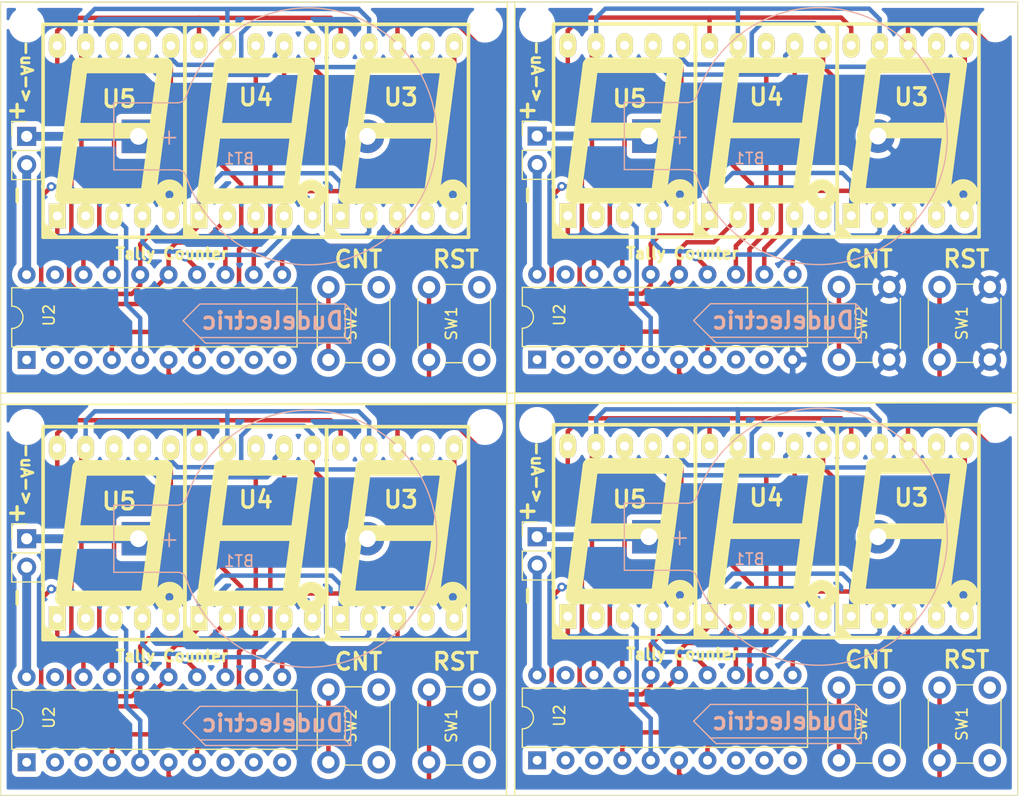
<source format=kicad_pcb>
(kicad_pcb (version 20171130) (host pcbnew "(5.1.9)-1")
  (layers (0 F.Cu signal) (31 B.Cu signal) (34 B.Paste user) (35 F.Paste user) (36 B.SilkS user) (37 F.SilkS user) (38 B.Mask user) (39 F.Mask user) (44 Edge.Cuts user))
  (net 0 "")
  (net 1 GND)
  (net 2 "Net-(BT1-Pad1)")
  (net 3 "Net-(SW1-Pad1)")
  (net 4 "Net-(SW2-Pad1)")
  (net 5 "Net-(U2-Pad4)")
  (net 6 "Net-(U2-Pad5)")
  (net 7 "Net-(J1-Pad2)")
  (net 8 "Net-(U2-Pad11)")
  (net 9 "Net-(U2-Pad12)")
  (net 10 "Net-(U2-Pad13)")
  (net 11 "Net-(U2-Pad14)")
  (net 12 "Net-(U2-Pad15)")
  (net 13 "Net-(U2-Pad16)")
  (net 14 "Net-(U2-Pad17)")
  (net 15 "Net-(U2-Pad18)")
  (module MountingHole:MountingHole_2.2mm_M2_ISO14580 (layer F.Cu) (at 159.325 66.025)
    (fp_text reference REF**)
    (fp_text value MountingHole_2.2mm_M2_ISO14580)
    (pad 1 np_thru_hole circle (at 0 0) (size 2.2 2.2) (drill 2.2) (layers *.Cu *.Mask))
  )
  (module MountingHole:MountingHole_2.2mm_M2_ISO14580 (layer F.Cu) (at 200.325 66.025)
    (fp_text reference REF**)
    (fp_text value MountingHole_2.2mm_M2_ISO14580)
    (pad 1 np_thru_hole circle (at 0 0) (size 2.2 2.2) (drill 2.2) (layers *.Cu *.Mask))
  )
  (module w_indicators:7segdisp_sa05 (layer F.Cu) (at 179.825 75.525)
    (fp_text reference U4 (at 0 -3) (layer F.SilkS) (effects (font (size 1.5 1.5) (thickness 0.3))))
    (fp_text value 5611AH)
    (pad 1 thru_hole rect (at -5.08 7.62 90) (size 2.19964 1.50114) (drill 0.8001) (layers *.Cu *.Mask F.SilkS))
    (pad 2 thru_hole oval (at -2.54 7.62 90) (size 2.19964 1.50114) (drill 0.8001) (layers *.Cu *.Mask F.SilkS))
    (pad 3 thru_hole oval (at 0 7.62 90) (size 2.19964 1.50114) (drill 0.8001) (layers *.Cu *.Mask F.SilkS))
    (pad 4 thru_hole oval (at 2.54 7.62 90) (size 2.19964 1.50114) (drill 0.8001) (layers *.Cu *.Mask F.SilkS))
    (pad 5 thru_hole oval (at 5.08 7.62 90) (size 2.19964 1.50114) (drill 0.8001) (layers *.Cu *.Mask F.SilkS))
    (pad 6 thru_hole oval (at 5.08 -7.62 90) (size 2.19964 1.50114) (drill 0.8001) (layers *.Cu *.Mask F.SilkS))
    (pad 7 thru_hole oval (at 2.54 -7.62 90) (size 2.19964 1.50114) (drill 0.8001) (layers *.Cu *.Mask F.SilkS))
    (pad 8 thru_hole oval (at 0 -7.62 90) (size 2.19964 1.50114) (drill 0.8001) (layers *.Cu *.Mask F.SilkS))
    (pad 9 thru_hole oval (at -2.54 -7.62 90) (size 2.19964 1.50114) (drill 0.8001) (layers *.Cu *.Mask F.SilkS))
    (pad 10 thru_hole oval (at -5.08 -7.62 90) (size 2.19964 1.50114) (drill 0.8001) (layers *.Cu *.Mask F.SilkS))
  )
  (module Button_Switch_THT:SW_PUSH_6mm_H7.3mm (layer F.Cu) (at 186.325 96.025 90)
    (fp_text reference SW2 (at 3.25 2 90) (layer F.SilkS))
    (fp_text value RESET)
    (pad 1 thru_hole circle (at 6.5 0 180) (size 2 2) (drill 1.1) (layers *.Cu *.Mask))
    (pad 2 thru_hole circle (at 6.5 4.5 180) (size 2 2) (drill 1.1) (layers *.Cu *.Mask))
    (pad 1 thru_hole circle (at 0 0 180) (size 2 2) (drill 1.1) (layers *.Cu *.Mask))
    (pad 2 thru_hole circle (at 0 4.5 180) (size 2 2) (drill 1.1) (layers *.Cu *.Mask))
  )
  (module Button_Switch_THT:SW_PUSH_6mm_H7.3mm (layer F.Cu) (at 195.325 96.025 90)
    (fp_text reference SW1 (at 3.25 2 90) (layer F.SilkS))
    (fp_text value COUNT)
    (pad 2 thru_hole circle (at 0 4.5 180) (size 2 2) (drill 1.1) (layers *.Cu *.Mask))
    (pad 1 thru_hole circle (at 0 0 180) (size 2 2) (drill 1.1) (layers *.Cu *.Mask))
    (pad 2 thru_hole circle (at 6.5 4.5 180) (size 2 2) (drill 1.1) (layers *.Cu *.Mask))
    (pad 1 thru_hole circle (at 6.5 0 180) (size 2 2) (drill 1.1) (layers *.Cu *.Mask))
  )
  (module Connector_PinHeader_2.54mm:PinHeader_1x02_P2.54mm_Vertical (layer F.Cu) (at 159.325 76.025)
    (fp_text reference J1)
    (fp_text value Conn_01x02)
    (pad 2 thru_hole oval (at 0 2.54) (size 1.7 1.7) (drill 1) (layers *.Cu *.Mask))
    (pad 1 thru_hole rect (at 0 0) (size 1.7 1.7) (drill 1) (layers *.Cu *.Mask))
  )
  (module Battery:BatteryHolder_Keystone_103_1x20mm (layer B.Cu) (at 169.325 76.025)
    (fp_text reference BT1 (at 9 2) (layer B.SilkS) (effects (justify mirror)))
    (fp_text value Battery_Cell)
    (fp_text user + (at 2.75 0) (layer B.SilkS) (effects (font (size 1.5 1.5)) (justify mirror)))
    (pad 1 thru_hole rect (at 0 0) (size 3 3) (drill 1.5) (layers *.Cu *.Mask))
    (pad 2 thru_hole circle (at 20.49 0) (size 3 3) (drill 1.5) (layers *.Cu *.Mask))
  )
  (module Package_DIP:DIP-20_W7.62mm (layer F.Cu) (at 159.325 96.025 90)
    (fp_text reference U2 (at 4 2 90) (layer F.SilkS))
    (fp_text value ATtiny2313-20PU)
    (pad 20 thru_hole oval (at 7.62 0 90) (size 1.6 1.6) (drill 0.8) (layers *.Cu *.Mask))
    (pad 10 thru_hole oval (at 0 22.86 90) (size 1.6 1.6) (drill 0.8) (layers *.Cu *.Mask))
    (pad 19 thru_hole oval (at 7.62 2.54 90) (size 1.6 1.6) (drill 0.8) (layers *.Cu *.Mask))
    (pad 9 thru_hole oval (at 0 20.32 90) (size 1.6 1.6) (drill 0.8) (layers *.Cu *.Mask))
    (pad 18 thru_hole oval (at 7.62 5.08 90) (size 1.6 1.6) (drill 0.8) (layers *.Cu *.Mask))
    (pad 8 thru_hole oval (at 0 17.78 90) (size 1.6 1.6) (drill 0.8) (layers *.Cu *.Mask))
    (pad 17 thru_hole oval (at 7.62 7.62 90) (size 1.6 1.6) (drill 0.8) (layers *.Cu *.Mask))
    (pad 7 thru_hole oval (at 0 15.24 90) (size 1.6 1.6) (drill 0.8) (layers *.Cu *.Mask))
    (pad 16 thru_hole oval (at 7.62 10.16 90) (size 1.6 1.6) (drill 0.8) (layers *.Cu *.Mask))
    (pad 6 thru_hole oval (at 0 12.7 90) (size 1.6 1.6) (drill 0.8) (layers *.Cu *.Mask))
    (pad 15 thru_hole oval (at 7.62 12.7 90) (size 1.6 1.6) (drill 0.8) (layers *.Cu *.Mask))
    (pad 5 thru_hole oval (at 0 10.16 90) (size 1.6 1.6) (drill 0.8) (layers *.Cu *.Mask))
    (pad 14 thru_hole oval (at 7.62 15.24 90) (size 1.6 1.6) (drill 0.8) (layers *.Cu *.Mask))
    (pad 4 thru_hole oval (at 0 7.62 90) (size 1.6 1.6) (drill 0.8) (layers *.Cu *.Mask))
    (pad 13 thru_hole oval (at 7.62 17.78 90) (size 1.6 1.6) (drill 0.8) (layers *.Cu *.Mask))
    (pad 3 thru_hole oval (at 0 5.08 90) (size 1.6 1.6) (drill 0.8) (layers *.Cu *.Mask))
    (pad 12 thru_hole oval (at 7.62 20.32 90) (size 1.6 1.6) (drill 0.8) (layers *.Cu *.Mask))
    (pad 2 thru_hole oval (at 0 2.54 90) (size 1.6 1.6) (drill 0.8) (layers *.Cu *.Mask))
    (pad 11 thru_hole oval (at 7.62 22.86 90) (size 1.6 1.6) (drill 0.8) (layers *.Cu *.Mask))
    (pad 1 thru_hole rect (at 0 0 90) (size 1.6 1.6) (drill 0.8) (layers *.Cu *.Mask))
  )
  (module w_indicators:7segdisp_sa05 (layer F.Cu) (at 192.505 75.525)
    (fp_text reference U3 (at 0.3 -3) (layer F.SilkS) (effects (font (size 1.5 1.5) (thickness 0.3))))
    (fp_text value 5611AH)
    (pad 10 thru_hole oval (at -5.08 -7.62 90) (size 2.19964 1.50114) (drill 0.8001) (layers *.Cu *.Mask F.SilkS))
    (pad 9 thru_hole oval (at -2.54 -7.62 90) (size 2.19964 1.50114) (drill 0.8001) (layers *.Cu *.Mask F.SilkS))
    (pad 8 thru_hole oval (at 0 -7.62 90) (size 2.19964 1.50114) (drill 0.8001) (layers *.Cu *.Mask F.SilkS))
    (pad 7 thru_hole oval (at 2.54 -7.62 90) (size 2.19964 1.50114) (drill 0.8001) (layers *.Cu *.Mask F.SilkS))
    (pad 6 thru_hole oval (at 5.08 -7.62 90) (size 2.19964 1.50114) (drill 0.8001) (layers *.Cu *.Mask F.SilkS))
    (pad 5 thru_hole oval (at 5.08 7.62 90) (size 2.19964 1.50114) (drill 0.8001) (layers *.Cu *.Mask F.SilkS))
    (pad 4 thru_hole oval (at 2.54 7.62 90) (size 2.19964 1.50114) (drill 0.8001) (layers *.Cu *.Mask F.SilkS))
    (pad 3 thru_hole oval (at 0 7.62 90) (size 2.19964 1.50114) (drill 0.8001) (layers *.Cu *.Mask F.SilkS))
    (pad 2 thru_hole oval (at -2.54 7.62 90) (size 2.19964 1.50114) (drill 0.8001) (layers *.Cu *.Mask F.SilkS))
    (pad 1 thru_hole rect (at -5.08 7.62 90) (size 2.19964 1.50114) (drill 0.8001) (layers *.Cu *.Mask F.SilkS))
  )
  (module w_indicators:7segdisp_sa05 (layer F.Cu) (at 167.145 75.525)
    (fp_text reference U5 (at 0.45 -2.85) (layer F.SilkS) (effects (font (size 1.5 1.5) (thickness 0.3))))
    (fp_text value 5611AH)
    (pad 10 thru_hole oval (at -5.08 -7.62 90) (size 2.19964 1.50114) (drill 0.8001) (layers *.Cu *.Mask F.SilkS))
    (pad 9 thru_hole oval (at -2.54 -7.62 90) (size 2.19964 1.50114) (drill 0.8001) (layers *.Cu *.Mask F.SilkS))
    (pad 8 thru_hole oval (at 0 -7.62 90) (size 2.19964 1.50114) (drill 0.8001) (layers *.Cu *.Mask F.SilkS))
    (pad 7 thru_hole oval (at 2.54 -7.62 90) (size 2.19964 1.50114) (drill 0.8001) (layers *.Cu *.Mask F.SilkS))
    (pad 6 thru_hole oval (at 5.08 -7.62 90) (size 2.19964 1.50114) (drill 0.8001) (layers *.Cu *.Mask F.SilkS))
    (pad 5 thru_hole oval (at 5.08 7.62 90) (size 2.19964 1.50114) (drill 0.8001) (layers *.Cu *.Mask F.SilkS))
    (pad 4 thru_hole oval (at 2.54 7.62 90) (size 2.19964 1.50114) (drill 0.8001) (layers *.Cu *.Mask F.SilkS))
    (pad 3 thru_hole oval (at 0 7.62 90) (size 2.19964 1.50114) (drill 0.8001) (layers *.Cu *.Mask F.SilkS))
    (pad 2 thru_hole oval (at -2.54 7.62 90) (size 2.19964 1.50114) (drill 0.8001) (layers *.Cu *.Mask F.SilkS))
    (pad 1 thru_hole rect (at -5.08 7.62 90) (size 2.19964 1.50114) (drill 0.8001) (layers *.Cu *.Mask F.SilkS))
  )
  (module MountingHole:MountingHole_2.2mm_M2_ISO14580 (layer F.Cu) (at 159.325 30.025)
    (fp_text reference REF**)
    (fp_text value MountingHole_2.2mm_M2_ISO14580)
    (pad 1 np_thru_hole circle (at 0 0) (size 2.2 2.2) (drill 2.2) (layers *.Cu *.Mask))
  )
  (module MountingHole:MountingHole_2.2mm_M2_ISO14580 (layer F.Cu) (at 200.325 30.025)
    (fp_text reference REF**)
    (fp_text value MountingHole_2.2mm_M2_ISO14580)
    (pad 1 np_thru_hole circle (at 0 0) (size 2.2 2.2) (drill 2.2) (layers *.Cu *.Mask))
  )
  (module w_indicators:7segdisp_sa05 (layer F.Cu) (at 179.825 39.525)
    (fp_text reference U4 (at 0 -3) (layer F.SilkS) (effects (font (size 1.5 1.5) (thickness 0.3))))
    (fp_text value 5611AH)
    (pad 1 thru_hole rect (at -5.08 7.62 90) (size 2.19964 1.50114) (drill 0.8001) (layers *.Cu *.Mask F.SilkS))
    (pad 2 thru_hole oval (at -2.54 7.62 90) (size 2.19964 1.50114) (drill 0.8001) (layers *.Cu *.Mask F.SilkS))
    (pad 3 thru_hole oval (at 0 7.62 90) (size 2.19964 1.50114) (drill 0.8001) (layers *.Cu *.Mask F.SilkS))
    (pad 4 thru_hole oval (at 2.54 7.62 90) (size 2.19964 1.50114) (drill 0.8001) (layers *.Cu *.Mask F.SilkS))
    (pad 5 thru_hole oval (at 5.08 7.62 90) (size 2.19964 1.50114) (drill 0.8001) (layers *.Cu *.Mask F.SilkS))
    (pad 6 thru_hole oval (at 5.08 -7.62 90) (size 2.19964 1.50114) (drill 0.8001) (layers *.Cu *.Mask F.SilkS))
    (pad 7 thru_hole oval (at 2.54 -7.62 90) (size 2.19964 1.50114) (drill 0.8001) (layers *.Cu *.Mask F.SilkS))
    (pad 8 thru_hole oval (at 0 -7.62 90) (size 2.19964 1.50114) (drill 0.8001) (layers *.Cu *.Mask F.SilkS))
    (pad 9 thru_hole oval (at -2.54 -7.62 90) (size 2.19964 1.50114) (drill 0.8001) (layers *.Cu *.Mask F.SilkS))
    (pad 10 thru_hole oval (at -5.08 -7.62 90) (size 2.19964 1.50114) (drill 0.8001) (layers *.Cu *.Mask F.SilkS))
  )
  (module Button_Switch_THT:SW_PUSH_6mm_H7.3mm (layer F.Cu) (at 186.325 60.025 90)
    (fp_text reference SW2 (at 3.25 2 90) (layer F.SilkS))
    (fp_text value RESET)
    (pad 1 thru_hole circle (at 6.5 0 180) (size 2 2) (drill 1.1) (layers *.Cu *.Mask))
    (pad 2 thru_hole circle (at 6.5 4.5 180) (size 2 2) (drill 1.1) (layers *.Cu *.Mask))
    (pad 1 thru_hole circle (at 0 0 180) (size 2 2) (drill 1.1) (layers *.Cu *.Mask))
    (pad 2 thru_hole circle (at 0 4.5 180) (size 2 2) (drill 1.1) (layers *.Cu *.Mask))
  )
  (module Button_Switch_THT:SW_PUSH_6mm_H7.3mm (layer F.Cu) (at 195.325 60.025 90)
    (fp_text reference SW1 (at 3.25 2 90) (layer F.SilkS))
    (fp_text value COUNT)
    (pad 2 thru_hole circle (at 0 4.5 180) (size 2 2) (drill 1.1) (layers *.Cu *.Mask))
    (pad 1 thru_hole circle (at 0 0 180) (size 2 2) (drill 1.1) (layers *.Cu *.Mask))
    (pad 2 thru_hole circle (at 6.5 4.5 180) (size 2 2) (drill 1.1) (layers *.Cu *.Mask))
    (pad 1 thru_hole circle (at 6.5 0 180) (size 2 2) (drill 1.1) (layers *.Cu *.Mask))
  )
  (module Connector_PinHeader_2.54mm:PinHeader_1x02_P2.54mm_Vertical (layer F.Cu) (at 159.325 40.025)
    (fp_text reference J1)
    (fp_text value Conn_01x02)
    (pad 2 thru_hole oval (at 0 2.54) (size 1.7 1.7) (drill 1) (layers *.Cu *.Mask))
    (pad 1 thru_hole rect (at 0 0) (size 1.7 1.7) (drill 1) (layers *.Cu *.Mask))
  )
  (module Battery:BatteryHolder_Keystone_103_1x20mm (layer B.Cu) (at 169.325 40.025)
    (fp_text reference BT1 (at 9 2) (layer B.SilkS) (effects (justify mirror)))
    (fp_text value Battery_Cell)
    (fp_text user + (at 2.75 0) (layer B.SilkS) (effects (font (size 1.5 1.5)) (justify mirror)))
    (pad 1 thru_hole rect (at 0 0) (size 3 3) (drill 1.5) (layers *.Cu *.Mask))
    (pad 2 thru_hole circle (at 20.49 0) (size 3 3) (drill 1.5) (layers *.Cu *.Mask))
  )
  (module Package_DIP:DIP-20_W7.62mm (layer F.Cu) (at 159.325 60.025 90)
    (fp_text reference U2 (at 4 2 90) (layer F.SilkS))
    (fp_text value ATtiny2313-20PU)
    (pad 20 thru_hole oval (at 7.62 0 90) (size 1.6 1.6) (drill 0.8) (layers *.Cu *.Mask))
    (pad 10 thru_hole oval (at 0 22.86 90) (size 1.6 1.6) (drill 0.8) (layers *.Cu *.Mask))
    (pad 19 thru_hole oval (at 7.62 2.54 90) (size 1.6 1.6) (drill 0.8) (layers *.Cu *.Mask))
    (pad 9 thru_hole oval (at 0 20.32 90) (size 1.6 1.6) (drill 0.8) (layers *.Cu *.Mask))
    (pad 18 thru_hole oval (at 7.62 5.08 90) (size 1.6 1.6) (drill 0.8) (layers *.Cu *.Mask))
    (pad 8 thru_hole oval (at 0 17.78 90) (size 1.6 1.6) (drill 0.8) (layers *.Cu *.Mask))
    (pad 17 thru_hole oval (at 7.62 7.62 90) (size 1.6 1.6) (drill 0.8) (layers *.Cu *.Mask))
    (pad 7 thru_hole oval (at 0 15.24 90) (size 1.6 1.6) (drill 0.8) (layers *.Cu *.Mask))
    (pad 16 thru_hole oval (at 7.62 10.16 90) (size 1.6 1.6) (drill 0.8) (layers *.Cu *.Mask))
    (pad 6 thru_hole oval (at 0 12.7 90) (size 1.6 1.6) (drill 0.8) (layers *.Cu *.Mask))
    (pad 15 thru_hole oval (at 7.62 12.7 90) (size 1.6 1.6) (drill 0.8) (layers *.Cu *.Mask))
    (pad 5 thru_hole oval (at 0 10.16 90) (size 1.6 1.6) (drill 0.8) (layers *.Cu *.Mask))
    (pad 14 thru_hole oval (at 7.62 15.24 90) (size 1.6 1.6) (drill 0.8) (layers *.Cu *.Mask))
    (pad 4 thru_hole oval (at 0 7.62 90) (size 1.6 1.6) (drill 0.8) (layers *.Cu *.Mask))
    (pad 13 thru_hole oval (at 7.62 17.78 90) (size 1.6 1.6) (drill 0.8) (layers *.Cu *.Mask))
    (pad 3 thru_hole oval (at 0 5.08 90) (size 1.6 1.6) (drill 0.8) (layers *.Cu *.Mask))
    (pad 12 thru_hole oval (at 7.62 20.32 90) (size 1.6 1.6) (drill 0.8) (layers *.Cu *.Mask))
    (pad 2 thru_hole oval (at 0 2.54 90) (size 1.6 1.6) (drill 0.8) (layers *.Cu *.Mask))
    (pad 11 thru_hole oval (at 7.62 22.86 90) (size 1.6 1.6) (drill 0.8) (layers *.Cu *.Mask))
    (pad 1 thru_hole rect (at 0 0 90) (size 1.6 1.6) (drill 0.8) (layers *.Cu *.Mask))
  )
  (module w_indicators:7segdisp_sa05 (layer F.Cu) (at 192.505 39.525)
    (fp_text reference U3 (at 0.3 -3) (layer F.SilkS) (effects (font (size 1.5 1.5) (thickness 0.3))))
    (fp_text value 5611AH)
    (pad 10 thru_hole oval (at -5.08 -7.62 90) (size 2.19964 1.50114) (drill 0.8001) (layers *.Cu *.Mask F.SilkS))
    (pad 9 thru_hole oval (at -2.54 -7.62 90) (size 2.19964 1.50114) (drill 0.8001) (layers *.Cu *.Mask F.SilkS))
    (pad 8 thru_hole oval (at 0 -7.62 90) (size 2.19964 1.50114) (drill 0.8001) (layers *.Cu *.Mask F.SilkS))
    (pad 7 thru_hole oval (at 2.54 -7.62 90) (size 2.19964 1.50114) (drill 0.8001) (layers *.Cu *.Mask F.SilkS))
    (pad 6 thru_hole oval (at 5.08 -7.62 90) (size 2.19964 1.50114) (drill 0.8001) (layers *.Cu *.Mask F.SilkS))
    (pad 5 thru_hole oval (at 5.08 7.62 90) (size 2.19964 1.50114) (drill 0.8001) (layers *.Cu *.Mask F.SilkS))
    (pad 4 thru_hole oval (at 2.54 7.62 90) (size 2.19964 1.50114) (drill 0.8001) (layers *.Cu *.Mask F.SilkS))
    (pad 3 thru_hole oval (at 0 7.62 90) (size 2.19964 1.50114) (drill 0.8001) (layers *.Cu *.Mask F.SilkS))
    (pad 2 thru_hole oval (at -2.54 7.62 90) (size 2.19964 1.50114) (drill 0.8001) (layers *.Cu *.Mask F.SilkS))
    (pad 1 thru_hole rect (at -5.08 7.62 90) (size 2.19964 1.50114) (drill 0.8001) (layers *.Cu *.Mask F.SilkS))
  )
  (module w_indicators:7segdisp_sa05 (layer F.Cu) (at 167.145 39.525)
    (fp_text reference U5 (at 0.45 -2.85) (layer F.SilkS) (effects (font (size 1.5 1.5) (thickness 0.3))))
    (fp_text value 5611AH)
    (pad 10 thru_hole oval (at -5.08 -7.62 90) (size 2.19964 1.50114) (drill 0.8001) (layers *.Cu *.Mask F.SilkS))
    (pad 9 thru_hole oval (at -2.54 -7.62 90) (size 2.19964 1.50114) (drill 0.8001) (layers *.Cu *.Mask F.SilkS))
    (pad 8 thru_hole oval (at 0 -7.62 90) (size 2.19964 1.50114) (drill 0.8001) (layers *.Cu *.Mask F.SilkS))
    (pad 7 thru_hole oval (at 2.54 -7.62 90) (size 2.19964 1.50114) (drill 0.8001) (layers *.Cu *.Mask F.SilkS))
    (pad 6 thru_hole oval (at 5.08 -7.62 90) (size 2.19964 1.50114) (drill 0.8001) (layers *.Cu *.Mask F.SilkS))
    (pad 5 thru_hole oval (at 5.08 7.62 90) (size 2.19964 1.50114) (drill 0.8001) (layers *.Cu *.Mask F.SilkS))
    (pad 4 thru_hole oval (at 2.54 7.62 90) (size 2.19964 1.50114) (drill 0.8001) (layers *.Cu *.Mask F.SilkS))
    (pad 3 thru_hole oval (at 0 7.62 90) (size 2.19964 1.50114) (drill 0.8001) (layers *.Cu *.Mask F.SilkS))
    (pad 2 thru_hole oval (at -2.54 7.62 90) (size 2.19964 1.50114) (drill 0.8001) (layers *.Cu *.Mask F.SilkS))
    (pad 1 thru_hole rect (at -5.08 7.62 90) (size 2.19964 1.50114) (drill 0.8001) (layers *.Cu *.Mask F.SilkS))
  )
  (module MountingHole:MountingHole_2.2mm_M2_ISO14580 (layer F.Cu) (at 205 65.85)
    (fp_text reference REF**)
    (fp_text value MountingHole_2.2mm_M2_ISO14580)
    (pad 1 np_thru_hole circle (at 0 0) (size 2.2 2.2) (drill 2.2) (layers *.Cu *.Mask))
  )
  (module MountingHole:MountingHole_2.2mm_M2_ISO14580 (layer F.Cu) (at 246 65.85)
    (fp_text reference REF**)
    (fp_text value MountingHole_2.2mm_M2_ISO14580)
    (pad 1 np_thru_hole circle (at 0 0) (size 2.2 2.2) (drill 2.2) (layers *.Cu *.Mask))
  )
  (module w_indicators:7segdisp_sa05 (layer F.Cu) (at 225.5 75.35)
    (fp_text reference U4 (at 0 -3) (layer F.SilkS) (effects (font (size 1.5 1.5) (thickness 0.3))))
    (fp_text value 5611AH)
    (pad 1 thru_hole rect (at -5.08 7.62 90) (size 2.19964 1.50114) (drill 0.8001) (layers *.Cu *.Mask F.SilkS))
    (pad 2 thru_hole oval (at -2.54 7.62 90) (size 2.19964 1.50114) (drill 0.8001) (layers *.Cu *.Mask F.SilkS))
    (pad 3 thru_hole oval (at 0 7.62 90) (size 2.19964 1.50114) (drill 0.8001) (layers *.Cu *.Mask F.SilkS))
    (pad 4 thru_hole oval (at 2.54 7.62 90) (size 2.19964 1.50114) (drill 0.8001) (layers *.Cu *.Mask F.SilkS))
    (pad 5 thru_hole oval (at 5.08 7.62 90) (size 2.19964 1.50114) (drill 0.8001) (layers *.Cu *.Mask F.SilkS))
    (pad 6 thru_hole oval (at 5.08 -7.62 90) (size 2.19964 1.50114) (drill 0.8001) (layers *.Cu *.Mask F.SilkS))
    (pad 7 thru_hole oval (at 2.54 -7.62 90) (size 2.19964 1.50114) (drill 0.8001) (layers *.Cu *.Mask F.SilkS))
    (pad 8 thru_hole oval (at 0 -7.62 90) (size 2.19964 1.50114) (drill 0.8001) (layers *.Cu *.Mask F.SilkS))
    (pad 9 thru_hole oval (at -2.54 -7.62 90) (size 2.19964 1.50114) (drill 0.8001) (layers *.Cu *.Mask F.SilkS))
    (pad 10 thru_hole oval (at -5.08 -7.62 90) (size 2.19964 1.50114) (drill 0.8001) (layers *.Cu *.Mask F.SilkS))
  )
  (module Button_Switch_THT:SW_PUSH_6mm_H7.3mm (layer F.Cu) (at 232 95.85 90)
    (fp_text reference SW2 (at 3.25 2 90) (layer F.SilkS))
    (fp_text value RESET)
    (pad 1 thru_hole circle (at 6.5 0 180) (size 2 2) (drill 1.1) (layers *.Cu *.Mask))
    (pad 2 thru_hole circle (at 6.5 4.5 180) (size 2 2) (drill 1.1) (layers *.Cu *.Mask))
    (pad 1 thru_hole circle (at 0 0 180) (size 2 2) (drill 1.1) (layers *.Cu *.Mask))
    (pad 2 thru_hole circle (at 0 4.5 180) (size 2 2) (drill 1.1) (layers *.Cu *.Mask))
  )
  (module Button_Switch_THT:SW_PUSH_6mm_H7.3mm (layer F.Cu) (at 241 95.85 90)
    (fp_text reference SW1 (at 3.25 2 90) (layer F.SilkS))
    (fp_text value COUNT)
    (pad 2 thru_hole circle (at 0 4.5 180) (size 2 2) (drill 1.1) (layers *.Cu *.Mask))
    (pad 1 thru_hole circle (at 0 0 180) (size 2 2) (drill 1.1) (layers *.Cu *.Mask))
    (pad 2 thru_hole circle (at 6.5 4.5 180) (size 2 2) (drill 1.1) (layers *.Cu *.Mask))
    (pad 1 thru_hole circle (at 6.5 0 180) (size 2 2) (drill 1.1) (layers *.Cu *.Mask))
  )
  (module Connector_PinHeader_2.54mm:PinHeader_1x02_P2.54mm_Vertical (layer F.Cu) (at 205 75.85)
    (fp_text reference J1)
    (fp_text value Conn_01x02)
    (pad 2 thru_hole oval (at 0 2.54) (size 1.7 1.7) (drill 1) (layers *.Cu *.Mask))
    (pad 1 thru_hole rect (at 0 0) (size 1.7 1.7) (drill 1) (layers *.Cu *.Mask))
  )
  (module Battery:BatteryHolder_Keystone_103_1x20mm (layer B.Cu) (at 215 75.85)
    (fp_text reference BT1 (at 9 2) (layer B.SilkS) (effects (justify mirror)))
    (fp_text value Battery_Cell)
    (fp_text user + (at 2.75 0) (layer B.SilkS) (effects (font (size 1.5 1.5)) (justify mirror)))
    (pad 1 thru_hole rect (at 0 0) (size 3 3) (drill 1.5) (layers *.Cu *.Mask))
    (pad 2 thru_hole circle (at 20.49 0) (size 3 3) (drill 1.5) (layers *.Cu *.Mask))
  )
  (module Package_DIP:DIP-20_W7.62mm (layer F.Cu) (at 205 95.85 90)
    (fp_text reference U2 (at 4 2 90) (layer F.SilkS))
    (fp_text value ATtiny2313-20PU)
    (pad 20 thru_hole oval (at 7.62 0 90) (size 1.6 1.6) (drill 0.8) (layers *.Cu *.Mask))
    (pad 10 thru_hole oval (at 0 22.86 90) (size 1.6 1.6) (drill 0.8) (layers *.Cu *.Mask))
    (pad 19 thru_hole oval (at 7.62 2.54 90) (size 1.6 1.6) (drill 0.8) (layers *.Cu *.Mask))
    (pad 9 thru_hole oval (at 0 20.32 90) (size 1.6 1.6) (drill 0.8) (layers *.Cu *.Mask))
    (pad 18 thru_hole oval (at 7.62 5.08 90) (size 1.6 1.6) (drill 0.8) (layers *.Cu *.Mask))
    (pad 8 thru_hole oval (at 0 17.78 90) (size 1.6 1.6) (drill 0.8) (layers *.Cu *.Mask))
    (pad 17 thru_hole oval (at 7.62 7.62 90) (size 1.6 1.6) (drill 0.8) (layers *.Cu *.Mask))
    (pad 7 thru_hole oval (at 0 15.24 90) (size 1.6 1.6) (drill 0.8) (layers *.Cu *.Mask))
    (pad 16 thru_hole oval (at 7.62 10.16 90) (size 1.6 1.6) (drill 0.8) (layers *.Cu *.Mask))
    (pad 6 thru_hole oval (at 0 12.7 90) (size 1.6 1.6) (drill 0.8) (layers *.Cu *.Mask))
    (pad 15 thru_hole oval (at 7.62 12.7 90) (size 1.6 1.6) (drill 0.8) (layers *.Cu *.Mask))
    (pad 5 thru_hole oval (at 0 10.16 90) (size 1.6 1.6) (drill 0.8) (layers *.Cu *.Mask))
    (pad 14 thru_hole oval (at 7.62 15.24 90) (size 1.6 1.6) (drill 0.8) (layers *.Cu *.Mask))
    (pad 4 thru_hole oval (at 0 7.62 90) (size 1.6 1.6) (drill 0.8) (layers *.Cu *.Mask))
    (pad 13 thru_hole oval (at 7.62 17.78 90) (size 1.6 1.6) (drill 0.8) (layers *.Cu *.Mask))
    (pad 3 thru_hole oval (at 0 5.08 90) (size 1.6 1.6) (drill 0.8) (layers *.Cu *.Mask))
    (pad 12 thru_hole oval (at 7.62 20.32 90) (size 1.6 1.6) (drill 0.8) (layers *.Cu *.Mask))
    (pad 2 thru_hole oval (at 0 2.54 90) (size 1.6 1.6) (drill 0.8) (layers *.Cu *.Mask))
    (pad 11 thru_hole oval (at 7.62 22.86 90) (size 1.6 1.6) (drill 0.8) (layers *.Cu *.Mask))
    (pad 1 thru_hole rect (at 0 0 90) (size 1.6 1.6) (drill 0.8) (layers *.Cu *.Mask))
  )
  (module w_indicators:7segdisp_sa05 (layer F.Cu) (at 238.18 75.35)
    (fp_text reference U3 (at 0.3 -3) (layer F.SilkS) (effects (font (size 1.5 1.5) (thickness 0.3))))
    (fp_text value 5611AH)
    (pad 10 thru_hole oval (at -5.08 -7.62 90) (size 2.19964 1.50114) (drill 0.8001) (layers *.Cu *.Mask F.SilkS))
    (pad 9 thru_hole oval (at -2.54 -7.62 90) (size 2.19964 1.50114) (drill 0.8001) (layers *.Cu *.Mask F.SilkS))
    (pad 8 thru_hole oval (at 0 -7.62 90) (size 2.19964 1.50114) (drill 0.8001) (layers *.Cu *.Mask F.SilkS))
    (pad 7 thru_hole oval (at 2.54 -7.62 90) (size 2.19964 1.50114) (drill 0.8001) (layers *.Cu *.Mask F.SilkS))
    (pad 6 thru_hole oval (at 5.08 -7.62 90) (size 2.19964 1.50114) (drill 0.8001) (layers *.Cu *.Mask F.SilkS))
    (pad 5 thru_hole oval (at 5.08 7.62 90) (size 2.19964 1.50114) (drill 0.8001) (layers *.Cu *.Mask F.SilkS))
    (pad 4 thru_hole oval (at 2.54 7.62 90) (size 2.19964 1.50114) (drill 0.8001) (layers *.Cu *.Mask F.SilkS))
    (pad 3 thru_hole oval (at 0 7.62 90) (size 2.19964 1.50114) (drill 0.8001) (layers *.Cu *.Mask F.SilkS))
    (pad 2 thru_hole oval (at -2.54 7.62 90) (size 2.19964 1.50114) (drill 0.8001) (layers *.Cu *.Mask F.SilkS))
    (pad 1 thru_hole rect (at -5.08 7.62 90) (size 2.19964 1.50114) (drill 0.8001) (layers *.Cu *.Mask F.SilkS))
  )
  (module w_indicators:7segdisp_sa05 (layer F.Cu) (at 212.82 75.35)
    (fp_text reference U5 (at 0.45 -2.85) (layer F.SilkS) (effects (font (size 1.5 1.5) (thickness 0.3))))
    (fp_text value 5611AH)
    (pad 10 thru_hole oval (at -5.08 -7.62 90) (size 2.19964 1.50114) (drill 0.8001) (layers *.Cu *.Mask F.SilkS))
    (pad 9 thru_hole oval (at -2.54 -7.62 90) (size 2.19964 1.50114) (drill 0.8001) (layers *.Cu *.Mask F.SilkS))
    (pad 8 thru_hole oval (at 0 -7.62 90) (size 2.19964 1.50114) (drill 0.8001) (layers *.Cu *.Mask F.SilkS))
    (pad 7 thru_hole oval (at 2.54 -7.62 90) (size 2.19964 1.50114) (drill 0.8001) (layers *.Cu *.Mask F.SilkS))
    (pad 6 thru_hole oval (at 5.08 -7.62 90) (size 2.19964 1.50114) (drill 0.8001) (layers *.Cu *.Mask F.SilkS))
    (pad 5 thru_hole oval (at 5.08 7.62 90) (size 2.19964 1.50114) (drill 0.8001) (layers *.Cu *.Mask F.SilkS))
    (pad 4 thru_hole oval (at 2.54 7.62 90) (size 2.19964 1.50114) (drill 0.8001) (layers *.Cu *.Mask F.SilkS))
    (pad 3 thru_hole oval (at 0 7.62 90) (size 2.19964 1.50114) (drill 0.8001) (layers *.Cu *.Mask F.SilkS))
    (pad 2 thru_hole oval (at -2.54 7.62 90) (size 2.19964 1.50114) (drill 0.8001) (layers *.Cu *.Mask F.SilkS))
    (pad 1 thru_hole rect (at -5.08 7.62 90) (size 2.19964 1.50114) (drill 0.8001) (layers *.Cu *.Mask F.SilkS))
  )
  (module MountingHole:MountingHole_2.2mm_M2_ISO14580 (layer F.Cu) (at 205 30)
    (fp_text reference REF**)
    (fp_text value MountingHole_2.2mm_M2_ISO14580)
    (pad 1 np_thru_hole circle (at 0 0) (size 2.2 2.2) (drill 2.2) (layers *.Cu *.Mask))
  )
  (module MountingHole:MountingHole_2.2mm_M2_ISO14580 (layer F.Cu) (at 246 30)
    (fp_text reference REF**)
    (fp_text value MountingHole_2.2mm_M2_ISO14580)
    (pad 1 np_thru_hole circle (at 0 0) (size 2.2 2.2) (drill 2.2) (layers *.Cu *.Mask))
  )
  (module Battery:BatteryHolder_Keystone_103_1x20mm (layer B.Cu) (at 215 40)
    (fp_text reference BT1 (at 9 2) (layer B.SilkS) (effects (justify mirror)))
    (fp_text value Battery_Cell)
    (fp_text user + (at 2.75 0) (layer B.SilkS) (effects (font (size 1.5 1.5)) (justify mirror)))
    (pad 2 thru_hole circle (at 20.49 0) (size 3 3) (drill 1.5) (layers *.Cu *.Mask) (net 1 GND))
    (pad 1 thru_hole rect (at 0 0) (size 3 3) (drill 1.5) (layers *.Cu *.Mask) (net 2 "Net-(BT1-Pad1)"))
  )
  (module Connector_PinHeader_2.54mm:PinHeader_1x02_P2.54mm_Vertical (layer F.Cu) (at 205 40)
    (fp_text reference J1)
    (fp_text value Conn_01x02)
    (pad 1 thru_hole rect (at 0 0) (size 1.7 1.7) (drill 1) (layers *.Cu *.Mask) (net 2 "Net-(BT1-Pad1)"))
    (pad 2 thru_hole oval (at 0 2.54) (size 1.7 1.7) (drill 1) (layers *.Cu *.Mask) (net 7 "Net-(J1-Pad2)"))
  )
  (module Button_Switch_THT:SW_PUSH_6mm_H7.3mm (layer F.Cu) (at 241 60 90)
    (fp_text reference SW1 (at 3.25 2 90) (layer F.SilkS))
    (fp_text value COUNT)
    (pad 1 thru_hole circle (at 6.5 0 180) (size 2 2) (drill 1.1) (layers *.Cu *.Mask) (net 3 "Net-(SW1-Pad1)"))
    (pad 2 thru_hole circle (at 6.5 4.5 180) (size 2 2) (drill 1.1) (layers *.Cu *.Mask) (net 1 GND))
    (pad 1 thru_hole circle (at 0 0 180) (size 2 2) (drill 1.1) (layers *.Cu *.Mask) (net 3 "Net-(SW1-Pad1)"))
    (pad 2 thru_hole circle (at 0 4.5 180) (size 2 2) (drill 1.1) (layers *.Cu *.Mask) (net 1 GND))
  )
  (module Button_Switch_THT:SW_PUSH_6mm_H7.3mm (layer F.Cu) (at 232 60 90)
    (fp_text reference SW2 (at 3.25 2 90) (layer F.SilkS))
    (fp_text value RESET)
    (pad 2 thru_hole circle (at 0 4.5 180) (size 2 2) (drill 1.1) (layers *.Cu *.Mask) (net 1 GND))
    (pad 1 thru_hole circle (at 0 0 180) (size 2 2) (drill 1.1) (layers *.Cu *.Mask) (net 4 "Net-(SW2-Pad1)"))
    (pad 2 thru_hole circle (at 6.5 4.5 180) (size 2 2) (drill 1.1) (layers *.Cu *.Mask) (net 1 GND))
    (pad 1 thru_hole circle (at 6.5 0 180) (size 2 2) (drill 1.1) (layers *.Cu *.Mask) (net 4 "Net-(SW2-Pad1)"))
  )
  (module Package_DIP:DIP-20_W7.62mm (layer F.Cu) (at 205 60 90)
    (fp_text reference U2 (at 4 2 90) (layer F.SilkS))
    (fp_text value ATtiny2313-20PU)
    (pad 1 thru_hole rect (at 0 0 90) (size 1.6 1.6) (drill 0.8) (layers *.Cu *.Mask))
    (pad 11 thru_hole oval (at 7.62 22.86 90) (size 1.6 1.6) (drill 0.8) (layers *.Cu *.Mask) (net 8 "Net-(U2-Pad11)"))
    (pad 2 thru_hole oval (at 0 2.54 90) (size 1.6 1.6) (drill 0.8) (layers *.Cu *.Mask))
    (pad 12 thru_hole oval (at 7.62 20.32 90) (size 1.6 1.6) (drill 0.8) (layers *.Cu *.Mask) (net 9 "Net-(U2-Pad12)"))
    (pad 3 thru_hole oval (at 0 5.08 90) (size 1.6 1.6) (drill 0.8) (layers *.Cu *.Mask))
    (pad 13 thru_hole oval (at 7.62 17.78 90) (size 1.6 1.6) (drill 0.8) (layers *.Cu *.Mask) (net 10 "Net-(U2-Pad13)"))
    (pad 4 thru_hole oval (at 0 7.62 90) (size 1.6 1.6) (drill 0.8) (layers *.Cu *.Mask) (net 5 "Net-(U2-Pad4)"))
    (pad 14 thru_hole oval (at 7.62 15.24 90) (size 1.6 1.6) (drill 0.8) (layers *.Cu *.Mask) (net 11 "Net-(U2-Pad14)"))
    (pad 5 thru_hole oval (at 0 10.16 90) (size 1.6 1.6) (drill 0.8) (layers *.Cu *.Mask) (net 6 "Net-(U2-Pad5)"))
    (pad 15 thru_hole oval (at 7.62 12.7 90) (size 1.6 1.6) (drill 0.8) (layers *.Cu *.Mask) (net 12 "Net-(U2-Pad15)"))
    (pad 6 thru_hole oval (at 0 12.7 90) (size 1.6 1.6) (drill 0.8) (layers *.Cu *.Mask) (net 3 "Net-(SW1-Pad1)"))
    (pad 16 thru_hole oval (at 7.62 10.16 90) (size 1.6 1.6) (drill 0.8) (layers *.Cu *.Mask) (net 13 "Net-(U2-Pad16)"))
    (pad 7 thru_hole oval (at 0 15.24 90) (size 1.6 1.6) (drill 0.8) (layers *.Cu *.Mask) (net 4 "Net-(SW2-Pad1)"))
    (pad 17 thru_hole oval (at 7.62 7.62 90) (size 1.6 1.6) (drill 0.8) (layers *.Cu *.Mask) (net 14 "Net-(U2-Pad17)"))
    (pad 8 thru_hole oval (at 0 17.78 90) (size 1.6 1.6) (drill 0.8) (layers *.Cu *.Mask))
    (pad 18 thru_hole oval (at 7.62 5.08 90) (size 1.6 1.6) (drill 0.8) (layers *.Cu *.Mask) (net 15 "Net-(U2-Pad18)"))
    (pad 9 thru_hole oval (at 0 20.32 90) (size 1.6 1.6) (drill 0.8) (layers *.Cu *.Mask))
    (pad 19 thru_hole oval (at 7.62 2.54 90) (size 1.6 1.6) (drill 0.8) (layers *.Cu *.Mask))
    (pad 10 thru_hole oval (at 0 22.86 90) (size 1.6 1.6) (drill 0.8) (layers *.Cu *.Mask) (net 1 GND))
    (pad 20 thru_hole oval (at 7.62 0 90) (size 1.6 1.6) (drill 0.8) (layers *.Cu *.Mask) (net 7 "Net-(J1-Pad2)"))
  )
  (module w_indicators:7segdisp_sa05 (layer F.Cu) (at 238.18 39.5)
    (fp_text reference U3 (at 0.3 -3) (layer F.SilkS) (effects (font (size 1.5 1.5) (thickness 0.3))))
    (fp_text value 5611AH)
    (pad 1 thru_hole rect (at -5.08 7.62 90) (size 2.19964 1.50114) (drill 0.8001) (layers *.Cu *.Mask F.SilkS) (net 13 "Net-(U2-Pad16)"))
    (pad 2 thru_hole oval (at -2.54 7.62 90) (size 2.19964 1.50114) (drill 0.8001) (layers *.Cu *.Mask F.SilkS) (net 12 "Net-(U2-Pad15)"))
    (pad 3 thru_hole oval (at 0 7.62 90) (size 2.19964 1.50114) (drill 0.8001) (layers *.Cu *.Mask F.SilkS) (net 8 "Net-(U2-Pad11)"))
    (pad 4 thru_hole oval (at 2.54 7.62 90) (size 2.19964 1.50114) (drill 0.8001) (layers *.Cu *.Mask F.SilkS) (net 11 "Net-(U2-Pad14)"))
    (pad 5 thru_hole oval (at 5.08 7.62 90) (size 2.19964 1.50114) (drill 0.8001) (layers *.Cu *.Mask F.SilkS))
    (pad 6 thru_hole oval (at 5.08 -7.62 90) (size 2.19964 1.50114) (drill 0.8001) (layers *.Cu *.Mask F.SilkS) (net 10 "Net-(U2-Pad13)"))
    (pad 7 thru_hole oval (at 2.54 -7.62 90) (size 2.19964 1.50114) (drill 0.8001) (layers *.Cu *.Mask F.SilkS) (net 9 "Net-(U2-Pad12)"))
    (pad 8 thru_hole oval (at 0 -7.62 90) (size 2.19964 1.50114) (drill 0.8001) (layers *.Cu *.Mask F.SilkS) (net 8 "Net-(U2-Pad11)"))
    (pad 9 thru_hole oval (at -2.54 -7.62 90) (size 2.19964 1.50114) (drill 0.8001) (layers *.Cu *.Mask F.SilkS) (net 14 "Net-(U2-Pad17)"))
    (pad 10 thru_hole oval (at -5.08 -7.62 90) (size 2.19964 1.50114) (drill 0.8001) (layers *.Cu *.Mask F.SilkS) (net 15 "Net-(U2-Pad18)"))
  )
  (module w_indicators:7segdisp_sa05 (layer F.Cu) (at 225.5 39.5)
    (fp_text reference U4 (at 0 -3) (layer F.SilkS) (effects (font (size 1.5 1.5) (thickness 0.3))))
    (fp_text value 5611AH)
    (pad 10 thru_hole oval (at -5.08 -7.62 90) (size 2.19964 1.50114) (drill 0.8001) (layers *.Cu *.Mask F.SilkS) (net 15 "Net-(U2-Pad18)"))
    (pad 9 thru_hole oval (at -2.54 -7.62 90) (size 2.19964 1.50114) (drill 0.8001) (layers *.Cu *.Mask F.SilkS) (net 14 "Net-(U2-Pad17)"))
    (pad 8 thru_hole oval (at 0 -7.62 90) (size 2.19964 1.50114) (drill 0.8001) (layers *.Cu *.Mask F.SilkS) (net 5 "Net-(U2-Pad4)"))
    (pad 7 thru_hole oval (at 2.54 -7.62 90) (size 2.19964 1.50114) (drill 0.8001) (layers *.Cu *.Mask F.SilkS) (net 9 "Net-(U2-Pad12)"))
    (pad 6 thru_hole oval (at 5.08 -7.62 90) (size 2.19964 1.50114) (drill 0.8001) (layers *.Cu *.Mask F.SilkS) (net 10 "Net-(U2-Pad13)"))
    (pad 5 thru_hole oval (at 5.08 7.62 90) (size 2.19964 1.50114) (drill 0.8001) (layers *.Cu *.Mask F.SilkS))
    (pad 4 thru_hole oval (at 2.54 7.62 90) (size 2.19964 1.50114) (drill 0.8001) (layers *.Cu *.Mask F.SilkS) (net 11 "Net-(U2-Pad14)"))
    (pad 3 thru_hole oval (at 0 7.62 90) (size 2.19964 1.50114) (drill 0.8001) (layers *.Cu *.Mask F.SilkS) (net 5 "Net-(U2-Pad4)"))
    (pad 2 thru_hole oval (at -2.54 7.62 90) (size 2.19964 1.50114) (drill 0.8001) (layers *.Cu *.Mask F.SilkS) (net 12 "Net-(U2-Pad15)"))
    (pad 1 thru_hole rect (at -5.08 7.62 90) (size 2.19964 1.50114) (drill 0.8001) (layers *.Cu *.Mask F.SilkS) (net 13 "Net-(U2-Pad16)"))
  )
  (module w_indicators:7segdisp_sa05 (layer F.Cu) (at 212.82 39.5)
    (fp_text reference U5 (at 0.45 -2.85) (layer F.SilkS) (effects (font (size 1.5 1.5) (thickness 0.3))))
    (fp_text value 5611AH)
    (pad 1 thru_hole rect (at -5.08 7.62 90) (size 2.19964 1.50114) (drill 0.8001) (layers *.Cu *.Mask F.SilkS) (net 13 "Net-(U2-Pad16)"))
    (pad 2 thru_hole oval (at -2.54 7.62 90) (size 2.19964 1.50114) (drill 0.8001) (layers *.Cu *.Mask F.SilkS) (net 12 "Net-(U2-Pad15)"))
    (pad 3 thru_hole oval (at 0 7.62 90) (size 2.19964 1.50114) (drill 0.8001) (layers *.Cu *.Mask F.SilkS) (net 6 "Net-(U2-Pad5)"))
    (pad 4 thru_hole oval (at 2.54 7.62 90) (size 2.19964 1.50114) (drill 0.8001) (layers *.Cu *.Mask F.SilkS) (net 11 "Net-(U2-Pad14)"))
    (pad 5 thru_hole oval (at 5.08 7.62 90) (size 2.19964 1.50114) (drill 0.8001) (layers *.Cu *.Mask F.SilkS))
    (pad 6 thru_hole oval (at 5.08 -7.62 90) (size 2.19964 1.50114) (drill 0.8001) (layers *.Cu *.Mask F.SilkS) (net 10 "Net-(U2-Pad13)"))
    (pad 7 thru_hole oval (at 2.54 -7.62 90) (size 2.19964 1.50114) (drill 0.8001) (layers *.Cu *.Mask F.SilkS) (net 9 "Net-(U2-Pad12)"))
    (pad 8 thru_hole oval (at 0 -7.62 90) (size 2.19964 1.50114) (drill 0.8001) (layers *.Cu *.Mask F.SilkS) (net 6 "Net-(U2-Pad5)"))
    (pad 9 thru_hole oval (at -2.54 -7.62 90) (size 2.19964 1.50114) (drill 0.8001) (layers *.Cu *.Mask F.SilkS) (net 14 "Net-(U2-Pad17)"))
    (pad 10 thru_hole oval (at -5.08 -7.62 90) (size 2.19964 1.50114) (drill 0.8001) (layers *.Cu *.Mask F.SilkS) (net 15 "Net-(U2-Pad18)"))
  )
  (gr_line (start 202.25 99) (end 202.325 28.025) (layer F.SilkS) (width 0.12))
  (gr_line (start 203 28) (end 203 99) (layer F.SilkS) (width 0.12))
  (gr_line (start 248 63.85) (end 157 64) (layer F.SilkS) (width 0.12))
  (gr_line (start 157 63) (end 248 63) (layer F.SilkS) (width 0.12))
  (gr_line (start 157 99) (end 157 28) (layer Edge.Cuts) (width 0.05))
  (gr_line (start 248 99) (end 157 99) (layer Edge.Cuts) (width 0.05))
  (gr_line (start 248 28) (end 248 99) (layer Edge.Cuts) (width 0.05))
  (gr_line (start 157 28) (end 248 28) (layer Edge.Cuts) (width 0.05))
  (gr_line (start 187.325 91.025) (end 174.825 91.025) (layer B.SilkS) (width 0.12))
  (gr_line (start 173.325 92.525) (end 174.825 94.025) (layer B.SilkS) (width 0.12))
  (gr_line (start 188.325 94.525) (end 187.825 94.025) (layer B.SilkS) (width 0.12))
  (gr_line (start 157.325 64.025) (end 202.325 64.025) (layer F.SilkS) (width 0.12))
  (gr_line (start 187.825 91.025) (end 188.325 91.525) (layer B.SilkS) (width 0.12))
  (gr_line (start 175.325 94.525) (end 174.825 94.025) (layer B.SilkS) (width 0.12))
  (gr_line (start 188.325 91.525) (end 188.325 94.525) (layer B.SilkS) (width 0.12))
  (gr_line (start 187.325 94.025) (end 187.825 94.025) (layer B.SilkS) (width 0.12))
  (gr_line (start 187.825 91.025) (end 187.325 91.025) (layer B.SilkS) (width 0.12))
  (gr_line (start 174.825 91.025) (end 173.325 92.525) (layer B.SilkS) (width 0.12))
  (gr_line (start 188.325 94.525) (end 175.325 94.525) (layer B.SilkS) (width 0.12))
  (gr_line (start 187.825 94.025) (end 187.825 91.025) (layer B.SilkS) (width 0.12))
  (gr_line (start 174.825 94.025) (end 187.325 94.025) (layer B.SilkS) (width 0.12))
  (gr_text "+     -" (at 158.575 77.525 -90) (layer F.SilkS) (effects (font (size 1.5 1.5) (thickness 0.3))))
  (gr_text -uA-> (at 159.325 70.275 -90) (layer F.SilkS) (effects (font (size 1 1) (thickness 0.25))))
  (gr_text "Tally Counter" (at 172.325 86.525) (layer F.SilkS) (effects (font (size 1 1) (thickness 0.25))))
  (gr_text Dudelectric (at 181.325 92.525) (layer B.SilkS) (effects (font (size 1.5 1.5) (thickness 0.3)) (justify mirror)))
  (gr_text "CNT    RST" (at 193.325 87.025) (layer F.SilkS) (effects (font (size 1.5 1.5) (thickness 0.3))))
  (gr_line (start 187.325 55.025) (end 174.825 55.025) (layer B.SilkS) (width 0.12))
  (gr_line (start 173.325 56.525) (end 174.825 58.025) (layer B.SilkS) (width 0.12))
  (gr_line (start 188.325 58.525) (end 187.825 58.025) (layer B.SilkS) (width 0.12))
  (gr_line (start 157.325 28.025) (end 202.325 28.025) (layer F.SilkS) (width 0.12))
  (gr_line (start 187.825 55.025) (end 188.325 55.525) (layer B.SilkS) (width 0.12))
  (gr_line (start 175.325 58.525) (end 174.825 58.025) (layer B.SilkS) (width 0.12))
  (gr_line (start 188.325 55.525) (end 188.325 58.525) (layer B.SilkS) (width 0.12))
  (gr_line (start 187.325 58.025) (end 187.825 58.025) (layer B.SilkS) (width 0.12))
  (gr_line (start 187.825 55.025) (end 187.325 55.025) (layer B.SilkS) (width 0.12))
  (gr_line (start 174.825 55.025) (end 173.325 56.525) (layer B.SilkS) (width 0.12))
  (gr_line (start 188.325 58.525) (end 175.325 58.525) (layer B.SilkS) (width 0.12))
  (gr_line (start 187.825 58.025) (end 187.825 55.025) (layer B.SilkS) (width 0.12))
  (gr_line (start 174.825 58.025) (end 187.325 58.025) (layer B.SilkS) (width 0.12))
  (gr_text "+     -" (at 158.575 41.525 -90) (layer F.SilkS) (effects (font (size 1.5 1.5) (thickness 0.3))))
  (gr_text -uA-> (at 159.325 34.275 -90) (layer F.SilkS) (effects (font (size 1 1) (thickness 0.25))))
  (gr_text "Tally Counter" (at 172.325 50.525) (layer F.SilkS) (effects (font (size 1 1) (thickness 0.25))))
  (gr_text Dudelectric (at 181.325 56.525) (layer B.SilkS) (effects (font (size 1.5 1.5) (thickness 0.3)) (justify mirror)))
  (gr_text "CNT    RST" (at 193.325 51.025) (layer F.SilkS) (effects (font (size 1.5 1.5) (thickness 0.3))))
  (gr_line (start 233 90.85) (end 220.5 90.85) (layer B.SilkS) (width 0.12))
  (gr_line (start 219 92.35) (end 220.5 93.85) (layer B.SilkS) (width 0.12))
  (gr_line (start 234 94.35) (end 233.5 93.85) (layer B.SilkS) (width 0.12))
  (gr_line (start 203 63.85) (end 248 63.85) (layer F.SilkS) (width 0.12))
  (gr_line (start 233.5 90.85) (end 234 91.35) (layer B.SilkS) (width 0.12))
  (gr_line (start 221 94.35) (end 220.5 93.85) (layer B.SilkS) (width 0.12))
  (gr_line (start 234 91.35) (end 234 94.35) (layer B.SilkS) (width 0.12))
  (gr_line (start 233 93.85) (end 233.5 93.85) (layer B.SilkS) (width 0.12))
  (gr_line (start 233.5 90.85) (end 233 90.85) (layer B.SilkS) (width 0.12))
  (gr_line (start 220.5 90.85) (end 219 92.35) (layer B.SilkS) (width 0.12))
  (gr_line (start 234 94.35) (end 221 94.35) (layer B.SilkS) (width 0.12))
  (gr_line (start 233.5 93.85) (end 233.5 90.85) (layer B.SilkS) (width 0.12))
  (gr_line (start 220.5 93.85) (end 233 93.85) (layer B.SilkS) (width 0.12))
  (gr_text "+     -" (at 204.25 77.35 -90) (layer F.SilkS) (effects (font (size 1.5 1.5) (thickness 0.3))))
  (gr_text -uA-> (at 205 70.1 -90) (layer F.SilkS) (effects (font (size 1 1) (thickness 0.25))))
  (gr_text "Tally Counter" (at 218 86.35) (layer F.SilkS) (effects (font (size 1 1) (thickness 0.25))))
  (gr_text Dudelectric (at 227 92.35) (layer B.SilkS) (effects (font (size 1.5 1.5) (thickness 0.3)) (justify mirror)))
  (gr_text "CNT    RST" (at 239 86.85) (layer F.SilkS) (effects (font (size 1.5 1.5) (thickness 0.3))))
  (gr_line (start 157 28) (end 203 28) (layer F.SilkS) (width 0.12))
  (gr_line (start 157 99) (end 157 28) (layer F.SilkS) (width 0.12))
  (gr_line (start 248 99) (end 157 99) (layer F.SilkS) (width 0.12))
  (gr_line (start 248 28) (end 248 99) (layer F.SilkS) (width 0.12))
  (gr_line (start 203 28) (end 248 28) (layer F.SilkS) (width 0.12))
  (gr_line (start 221 58.5) (end 220.5 58) (layer B.SilkS) (width 0.12))
  (gr_line (start 234 58.5) (end 221 58.5) (layer B.SilkS) (width 0.12))
  (gr_line (start 234 58.5) (end 233.5 58) (layer B.SilkS) (width 0.12))
  (gr_line (start 234 55.5) (end 234 58.5) (layer B.SilkS) (width 0.12))
  (gr_line (start 233.5 55) (end 234 55.5) (layer B.SilkS) (width 0.12))
  (gr_line (start 233.5 55) (end 233 55) (layer B.SilkS) (width 0.12))
  (gr_line (start 233.5 58) (end 233.5 55) (layer B.SilkS) (width 0.12))
  (gr_line (start 233 58) (end 233.5 58) (layer B.SilkS) (width 0.12))
  (gr_line (start 220.5 58) (end 233 58) (layer B.SilkS) (width 0.12))
  (gr_line (start 219 56.5) (end 220.5 58) (layer B.SilkS) (width 0.12))
  (gr_line (start 220.5 55) (end 219 56.5) (layer B.SilkS) (width 0.12))
  (gr_line (start 233 55) (end 220.5 55) (layer B.SilkS) (width 0.12))
  (gr_text "Tally Counter" (at 218 50.5) (layer F.SilkS) (effects (font (size 1 1) (thickness 0.25))))
  (gr_text -uA-> (at 205 34.25 -90) (layer F.SilkS) (effects (font (size 1 1) (thickness 0.25))))
  (gr_text "+     -" (at 204.25 41.5 -90) (layer F.SilkS) (effects (font (size 1.5 1.5) (thickness 0.3))))
  (gr_text Dudelectric (at 227 56.5) (layer B.SilkS) (effects (font (size 1.5 1.5) (thickness 0.3)) (justify mirror)))
  (gr_text "CNT    RST" (at 239 51) (layer F.SilkS) (effects (font (size 1.5 1.5) (thickness 0.3))))
  (segment (start 215 75.85) (end 205 75.85) (width 0.8) (layer B.Cu) (net 0))
  (segment (start 241 95.85) (end 241 89.35) (width 0.4) (layer F.Cu) (net 0))
  (segment (start 217.7 97.05) (end 217.7 95.85) (width 0.4) (layer F.Cu) (net 0))
  (segment (start 240.6 97.95) (end 218.6 97.95) (width 0.4) (layer F.Cu) (net 0))
  (segment (start 241 95.85) (end 241 97.55) (width 0.4) (layer F.Cu) (net 0))
  (segment (start 218.6 97.95) (end 217.7 97.05) (width 0.4) (layer F.Cu) (net 0))
  (segment (start 241 97.55) (end 240.6 97.95) (width 0.4) (layer F.Cu) (net 0))
  (segment (start 232 95.85) (end 232 93.25) (width 0.4) (layer F.Cu) (net 0))
  (segment (start 232 93.25) (end 221.7 93.25) (width 0.4) (layer F.Cu) (net 0))
  (segment (start 221.7 93.25) (end 220.24 94.71) (width 0.4) (layer F.Cu) (net 0))
  (segment (start 232 93.25) (end 232 89.35) (width 0.4) (layer F.Cu) (net 0))
  (segment (start 220.24 94.71) (end 220.24 95.85) (width 0.4) (layer F.Cu) (net 0))
  (segment (start 213.9 93.35) (end 220 93.35) (width 0.4) (layer F.Cu) (net 0))
  (segment (start 212.62 94.63) (end 213.9 93.35) (width 0.4) (layer F.Cu) (net 0))
  (segment (start 220 93.35) (end 224 89.35) (width 0.4) (layer F.Cu) (net 0))
  (segment (start 225.5 67.73) (end 225.5 82.97) (width 0.4) (layer F.Cu) (net 0))
  (segment (start 225.5 84.45) (end 225.5 82.97) (width 0.4) (layer F.Cu) (net 0))
  (segment (start 224 85.95) (end 225.5 84.45) (width 0.4) (layer F.Cu) (net 0))
  (segment (start 212.62 95.85) (end 212.62 94.63) (width 0.4) (layer F.Cu) (net 0))
  (segment (start 224 89.35) (end 224 85.95) (width 0.4) (layer F.Cu) (net 0))
  (segment (start 213.9 84.05) (end 212.82 82.97) (width 0.4) (layer B.Cu) (net 0))
  (segment (start 212.82 67.73) (end 212.82 77.390002) (width 0.4) (layer F.Cu) (net 0))
  (segment (start 213.9 90.85) (end 213.9 84.05) (width 0.4) (layer B.Cu) (net 0))
  (segment (start 215.16 95.85) (end 215.16 92.11) (width 0.4) (layer B.Cu) (net 0))
  (segment (start 212.82 77.390002) (end 212.82 82.97) (width 0.4) (layer F.Cu) (net 0))
  (segment (start 215.16 92.11) (end 213.9 90.85) (width 0.4) (layer B.Cu) (net 0))
  (segment (start 205 78.39) (end 205 88.23) (width 0.8) (layer B.Cu) (net 0))
  (segment (start 238.18 84.97) (end 238.18 82.97) (width 0.4) (layer F.Cu) (net 0))
  (segment (start 229.1 85.65) (end 237.5 85.65) (width 0.4) (layer F.Cu) (net 0))
  (segment (start 227.86 88.23) (end 227.86 86.89) (width 0.4) (layer F.Cu) (net 0))
  (segment (start 227.86 86.89) (end 229.1 85.65) (width 0.4) (layer F.Cu) (net 0))
  (segment (start 237.5 85.65) (end 238.18 84.97) (width 0.4) (layer F.Cu) (net 0))
  (segment (start 225.32 88.23) (end 225.32 85.93) (width 0.4) (layer F.Cu) (net 0))
  (segment (start 227.2 68.65) (end 227.2 69.65) (width 0.4) (layer B.Cu) (net 0))
  (segment (start 216.7 70.35) (end 226.5 70.35) (width 0.4) (layer B.Cu) (net 0))
  (segment (start 215.36 67.73) (end 215.36 69.01) (width 0.4) (layer B.Cu) (net 0))
  (segment (start 228.04 72.61) (end 228.04 67.73) (width 0.4) (layer F.Cu) (net 0))
  (segment (start 226.8 84.45) (end 226.8 73.85) (width 0.4) (layer F.Cu) (net 0))
  (segment (start 228.04 67.81) (end 227.2 68.65) (width 0.4) (layer B.Cu) (net 0))
  (segment (start 227.2 69.65) (end 240.1 69.65) (width 0.4) (layer B.Cu) (net 0))
  (segment (start 225.32 85.93) (end 226.8 84.45) (width 0.4) (layer F.Cu) (net 0))
  (segment (start 228.04 67.73) (end 228.04 67.81) (width 0.4) (layer B.Cu) (net 0))
  (segment (start 226.5 70.35) (end 227.2 69.65) (width 0.4) (layer B.Cu) (net 0))
  (segment (start 240.1 69.65) (end 240.72 69.03) (width 0.4) (layer B.Cu) (net 0))
  (segment (start 226.8 73.85) (end 228.04 72.61) (width 0.4) (layer F.Cu) (net 0))
  (segment (start 240.72 69.03) (end 240.72 67.73) (width 0.4) (layer B.Cu) (net 0))
  (segment (start 215.36 69.01) (end 216.7 70.35) (width 0.4) (layer B.Cu) (net 0))
  (segment (start 222.78 85.67) (end 224.2 84.25) (width 0.4) (layer F.Cu) (net 0))
  (segment (start 224.2 68.95) (end 224.2 66.65) (width 0.4) (layer B.Cu) (net 0))
  (segment (start 217.9 70.35) (end 217.9 67.73) (width 0.4) (layer F.Cu) (net 0))
  (segment (start 242.5 70.65) (end 243.26 69.89) (width 0.4) (layer F.Cu) (net 0))
  (segment (start 217.9 68.85) (end 218.5 69.45) (width 0.4) (layer B.Cu) (net 0))
  (segment (start 230.58 66.53) (end 230.58 67.73) (width 0.4) (layer B.Cu) (net 0))
  (segment (start 243.26 69.89) (end 243.26 67.73) (width 0.4) (layer F.Cu) (net 0))
  (segment (start 217.9 67.73) (end 217.9 68.85) (width 0.4) (layer B.Cu) (net 0))
  (segment (start 224.2 84.25) (end 224.2 80.15) (width 0.4) (layer F.Cu) (net 0))
  (segment (start 217.9 73.85) (end 217.9 70.35) (width 0.4) (layer F.Cu) (net 0))
  (segment (start 222.78 88.23) (end 222.78 85.67) (width 0.4) (layer F.Cu) (net 0))
  (segment (start 224.2 80.15) (end 217.9 73.85) (width 0.4) (layer F.Cu) (net 0))
  (segment (start 230.58 69.63) (end 231.6 70.65) (width 0.4) (layer F.Cu) (net 0))
  (segment (start 218.5 69.45) (end 223.7 69.45) (width 0.4) (layer B.Cu) (net 0))
  (segment (start 223.7 69.45) (end 224.2 68.95) (width 0.4) (layer B.Cu) (net 0))
  (segment (start 225.1 65.75) (end 229.8 65.75) (width 0.4) (layer B.Cu) (net 0))
  (segment (start 231.6 70.65) (end 242.5 70.65) (width 0.4) (layer F.Cu) (net 0))
  (segment (start 230.58 67.73) (end 230.58 69.63) (width 0.4) (layer F.Cu) (net 0))
  (segment (start 224.2 66.65) (end 225.1 65.75) (width 0.4) (layer B.Cu) (net 0))
  (segment (start 229.8 65.75) (end 230.58 66.53) (width 0.4) (layer B.Cu) (net 0))
  (via (at 219.2 86.65) (size 0.8) (drill 0.4) (layers F.Cu B.Cu) (net 0))
  (segment (start 216.2 86.15) (end 215.36 85.31) (width 0.4) (layer B.Cu) (net 0))
  (segment (start 229.2 80.75) (end 228.04 81.91) (width 0.4) (layer F.Cu) (net 0))
  (segment (start 228.04 84.71) (end 226.3 86.45) (width 0.4) (layer B.Cu) (net 0))
  (segment (start 240.72 81.77) (end 239.7 80.75) (width 0.4) (layer F.Cu) (net 0))
  (segment (start 215.36 85.31) (end 215.36 82.97) (width 0.4) (layer B.Cu) (net 0))
  (segment (start 228.04 82.97) (end 228.04 84.71) (width 0.4) (layer B.Cu) (net 0))
  (segment (start 219.4 86.45) (end 219.2 86.65) (width 0.4) (layer B.Cu) (net 0))
  (segment (start 220.24 87.69) (end 219.2 86.65) (width 0.4) (layer F.Cu) (net 0))
  (segment (start 218.7 86.15) (end 216.2 86.15) (width 0.4) (layer B.Cu) (net 0))
  (segment (start 240.72 82.97) (end 240.72 81.77) (width 0.4) (layer F.Cu) (net 0))
  (segment (start 239.7 80.75) (end 229.2 80.75) (width 0.4) (layer F.Cu) (net 0))
  (segment (start 228.04 81.91) (end 228.04 82.97) (width 0.4) (layer F.Cu) (net 0))
  (segment (start 219.2 86.65) (end 218.7 86.15) (width 0.4) (layer B.Cu) (net 0))
  (segment (start 220.24 88.23) (end 220.24 87.69) (width 0.4) (layer F.Cu) (net 0))
  (segment (start 226.3 86.45) (end 219.4 86.45) (width 0.4) (layer B.Cu) (net 0))
  (via (at 207.2 80.35) (size 0.8) (drill 0.4) (layers F.Cu B.Cu) (net 0))
  (segment (start 206.3 89.45) (end 206.3 85.05) (width 0.4) (layer F.Cu) (net 0))
  (segment (start 206.3 85.05) (end 206.3 81.25) (width 0.4) (layer F.Cu) (net 0))
  (segment (start 207.2 80.35) (end 208.9 80.35) (width 0.4) (layer B.Cu) (net 0))
  (segment (start 206.3 81.25) (end 207.2 80.35) (width 0.4) (layer F.Cu) (net 0))
  (segment (start 210.28 81.73) (end 210.28 82.97) (width 0.4) (layer B.Cu) (net 0))
  (segment (start 208.9 80.35) (end 210.28 81.73) (width 0.4) (layer B.Cu) (net 0))
  (segment (start 222.96 83.19) (end 222.96 82.97) (width 0.4) (layer F.Cu) (net 0))
  (segment (start 217.7 88.23) (end 215.08 90.85) (width 0.4) (layer F.Cu) (net 0))
  (segment (start 215.08 90.85) (end 207.7 90.85) (width 0.4) (layer F.Cu) (net 0))
  (segment (start 207.7 90.85) (end 206.3 89.45) (width 0.4) (layer F.Cu) (net 0))
  (segment (start 231.8 81.35) (end 231.8 84.240392) (width 0.4) (layer B.Cu) (net 0))
  (segment (start 218.4 85.35) (end 220.8 85.35) (width 0.4) (layer F.Cu) (net 0))
  (segment (start 222.96 82.97) (end 222.96 81.39) (width 0.4) (layer B.Cu) (net 0))
  (segment (start 235.3 84.75) (end 235.64 84.41) (width 0.4) (layer B.Cu) (net 0))
  (segment (start 222.96 81.39) (end 223.9 80.45) (width 0.4) (layer B.Cu) (net 0))
  (segment (start 217.7 88.23) (end 217.7 86.05) (width 0.4) (layer F.Cu) (net 0))
  (segment (start 217.7 86.05) (end 218.4 85.35) (width 0.4) (layer F.Cu) (net 0))
  (segment (start 232.309608 84.75) (end 235.3 84.75) (width 0.4) (layer B.Cu) (net 0))
  (segment (start 220.8 85.35) (end 222.96 83.19) (width 0.4) (layer F.Cu) (net 0))
  (segment (start 235.64 84.41) (end 235.64 82.97) (width 0.4) (layer B.Cu) (net 0))
  (segment (start 230.9 80.45) (end 231.8 81.35) (width 0.4) (layer B.Cu) (net 0))
  (segment (start 223.9 80.45) (end 230.9 80.45) (width 0.4) (layer B.Cu) (net 0))
  (segment (start 231.8 84.240392) (end 232.309608 84.75) (width 0.4) (layer B.Cu) (net 0))
  (segment (start 220.42 81.23) (end 222.5 79.15) (width 0.4) (layer B.Cu) (net 0))
  (segment (start 208.8 88.95) (end 208.8 85.85) (width 0.4) (layer F.Cu) (net 0))
  (segment (start 222.5 79.15) (end 232.3 79.15) (width 0.4) (layer B.Cu) (net 0))
  (segment (start 209.8 89.95) (end 208.8 88.95) (width 0.4) (layer F.Cu) (net 0))
  (segment (start 208.8 85.85) (end 207.74 84.79) (width 0.4) (layer F.Cu) (net 0))
  (segment (start 215.16 89.19) (end 214.4 89.95) (width 0.4) (layer F.Cu) (net 0))
  (segment (start 215.16 85.49) (end 215.9 84.75) (width 0.4) (layer F.Cu) (net 0))
  (segment (start 214.4 89.95) (end 209.8 89.95) (width 0.4) (layer F.Cu) (net 0))
  (segment (start 232.3 79.15) (end 233.1 79.95) (width 0.4) (layer B.Cu) (net 0))
  (segment (start 207.74 84.79) (end 207.74 82.97) (width 0.4) (layer F.Cu) (net 0))
  (segment (start 215.16 88.23) (end 215.16 85.49) (width 0.4) (layer F.Cu) (net 0))
  (segment (start 215.9 84.75) (end 219.5 84.75) (width 0.4) (layer F.Cu) (net 0))
  (segment (start 233.1 79.95) (end 233.1 82.97) (width 0.4) (layer B.Cu) (net 0))
  (segment (start 220.42 82.97) (end 220.42 81.23) (width 0.4) (layer B.Cu) (net 0))
  (segment (start 219.5 84.75) (end 220.42 83.83) (width 0.4) (layer F.Cu) (net 0))
  (segment (start 220.42 83.83) (end 220.42 82.97) (width 0.4) (layer F.Cu) (net 0))
  (segment (start 215.16 88.23) (end 215.16 89.19) (width 0.4) (layer F.Cu) (net 0))
  (segment (start 234.7 64.45) (end 235.64 65.39) (width 0.4) (layer B.Cu) (net 0))
  (segment (start 211.5 81.65) (end 209.9 80.05) (width 0.4) (layer F.Cu) (net 0))
  (segment (start 212.62 86.87) (end 211.5 85.75) (width 0.4) (layer F.Cu) (net 0))
  (segment (start 209.9 80.05) (end 209.9 68.11) (width 0.4) (layer F.Cu) (net 0))
  (segment (start 210.28 65.27) (end 211.1 64.45) (width 0.4) (layer B.Cu) (net 0))
  (segment (start 212.62 88.23) (end 212.62 86.87) (width 0.4) (layer F.Cu) (net 0))
  (segment (start 211.1 64.45) (end 222.9 64.45) (width 0.4) (layer B.Cu) (net 0))
  (segment (start 222.9 64.45) (end 234.7 64.45) (width 0.4) (layer B.Cu) (net 0))
  (segment (start 209.9 68.11) (end 210.28 67.73) (width 0.4) (layer F.Cu) (net 0))
  (segment (start 210.28 67.73) (end 210.28 65.27) (width 0.4) (layer B.Cu) (net 0))
  (segment (start 235.64 65.39) (end 235.64 67.73) (width 0.4) (layer B.Cu) (net 0))
  (segment (start 222.96 67.73) (end 222.96 64.51) (width 0.4) (layer B.Cu) (net 0))
  (segment (start 211.5 85.75) (end 211.5 81.65) (width 0.4) (layer F.Cu) (net 0))
  (segment (start 222.96 64.51) (end 222.9 64.45) (width 0.4) (layer B.Cu) (net 0))
  (segment (start 210.08 85.63) (end 209 84.55) (width 0.4) (layer F.Cu) (net 0))
  (segment (start 220.42 67.73) (end 220.42 65.27) (width 0.4) (layer F.Cu) (net 0))
  (segment (start 209 84.55) (end 209 72.55) (width 0.4) (layer F.Cu) (net 0))
  (segment (start 208.9 65.25) (end 220.4 65.25) (width 0.4) (layer F.Cu) (net 0))
  (segment (start 209 72.55) (end 207.74 71.29) (width 0.4) (layer F.Cu) (net 0))
  (segment (start 207.74 66.41) (end 208.9 65.25) (width 0.4) (layer F.Cu) (net 0))
  (segment (start 232.2 65.25) (end 233.1 66.15) (width 0.4) (layer F.Cu) (net 0))
  (segment (start 210.08 88.23) (end 210.08 85.63) (width 0.4) (layer F.Cu) (net 0))
  (segment (start 207.74 71.29) (end 207.74 67.73) (width 0.4) (layer F.Cu) (net 0))
  (segment (start 233.1 66.15) (end 233.1 67.73) (width 0.4) (layer F.Cu) (net 0))
  (segment (start 220.42 65.27) (end 220.4 65.25) (width 0.4) (layer F.Cu) (net 0))
  (segment (start 207.74 67.73) (end 207.74 66.41) (width 0.4) (layer F.Cu) (net 0))
  (segment (start 220.4 65.25) (end 232.2 65.25) (width 0.4) (layer F.Cu) (net 0))
  (segment (start 169.325 40.025) (end 159.325 40.025) (width 0.8) (layer B.Cu) (net 0))
  (segment (start 195.325 60.025) (end 195.325 53.525) (width 0.4) (layer F.Cu) (net 0))
  (segment (start 172.025 61.225) (end 172.025 60.025) (width 0.4) (layer F.Cu) (net 0))
  (segment (start 194.925 62.125) (end 172.925 62.125) (width 0.4) (layer F.Cu) (net 0))
  (segment (start 195.325 60.025) (end 195.325 61.725) (width 0.4) (layer F.Cu) (net 0))
  (segment (start 172.925 62.125) (end 172.025 61.225) (width 0.4) (layer F.Cu) (net 0))
  (segment (start 195.325 61.725) (end 194.925 62.125) (width 0.4) (layer F.Cu) (net 0))
  (segment (start 186.325 60.025) (end 186.325 57.425) (width 0.4) (layer F.Cu) (net 0))
  (segment (start 186.325 57.425) (end 176.025 57.425) (width 0.4) (layer F.Cu) (net 0))
  (segment (start 176.025 57.425) (end 174.565 58.885) (width 0.4) (layer F.Cu) (net 0))
  (segment (start 186.325 57.425) (end 186.325 53.525) (width 0.4) (layer F.Cu) (net 0))
  (segment (start 174.565 58.885) (end 174.565 60.025) (width 0.4) (layer F.Cu) (net 0))
  (segment (start 168.225 57.525) (end 174.325 57.525) (width 0.4) (layer F.Cu) (net 0))
  (segment (start 166.945 58.805) (end 168.225 57.525) (width 0.4) (layer F.Cu) (net 0))
  (segment (start 174.325 57.525) (end 178.325 53.525) (width 0.4) (layer F.Cu) (net 0))
  (segment (start 179.825 31.905) (end 179.825 47.145) (width 0.4) (layer F.Cu) (net 0))
  (segment (start 179.825 48.625) (end 179.825 47.145) (width 0.4) (layer F.Cu) (net 0))
  (segment (start 178.325 50.125) (end 179.825 48.625) (width 0.4) (layer F.Cu) (net 0))
  (segment (start 166.945 60.025) (end 166.945 58.805) (width 0.4) (layer F.Cu) (net 0))
  (segment (start 178.325 53.525) (end 178.325 50.125) (width 0.4) (layer F.Cu) (net 0))
  (segment (start 168.225 48.225) (end 167.145 47.145) (width 0.4) (layer B.Cu) (net 0))
  (segment (start 167.145 31.905) (end 167.145 41.565002) (width 0.4) (layer F.Cu) (net 0))
  (segment (start 168.225 55.025) (end 168.225 48.225) (width 0.4) (layer B.Cu) (net 0))
  (segment (start 169.485 60.025) (end 169.485 56.285) (width 0.4) (layer B.Cu) (net 0))
  (segment (start 167.145 41.565002) (end 167.145 47.145) (width 0.4) (layer F.Cu) (net 0))
  (segment (start 169.485 56.285) (end 168.225 55.025) (width 0.4) (layer B.Cu) (net 0))
  (segment (start 159.325 42.565) (end 159.325 52.405) (width 0.8) (layer B.Cu) (net 0))
  (segment (start 192.505 49.145) (end 192.505 47.145) (width 0.4) (layer F.Cu) (net 0))
  (segment (start 183.425 49.825) (end 191.825 49.825) (width 0.4) (layer F.Cu) (net 0))
  (segment (start 182.185 52.405) (end 182.185 51.065) (width 0.4) (layer F.Cu) (net 0))
  (segment (start 182.185 51.065) (end 183.425 49.825) (width 0.4) (layer F.Cu) (net 0))
  (segment (start 191.825 49.825) (end 192.505 49.145) (width 0.4) (layer F.Cu) (net 0))
  (segment (start 179.645 52.405) (end 179.645 50.105) (width 0.4) (layer F.Cu) (net 0))
  (segment (start 181.525 32.825) (end 181.525 33.825) (width 0.4) (layer B.Cu) (net 0))
  (segment (start 171.025 34.525) (end 180.825 34.525) (width 0.4) (layer B.Cu) (net 0))
  (segment (start 169.685 31.905) (end 169.685 33.185) (width 0.4) (layer B.Cu) (net 0))
  (segment (start 182.365 36.785) (end 182.365 31.905) (width 0.4) (layer F.Cu) (net 0))
  (segment (start 181.125 48.625) (end 181.125 38.025) (width 0.4) (layer F.Cu) (net 0))
  (segment (start 182.365 31.985) (end 181.525 32.825) (width 0.4) (layer B.Cu) (net 0))
  (segment (start 181.525 33.825) (end 194.425 33.825) (width 0.4) (layer B.Cu) (net 0))
  (segment (start 179.645 50.105) (end 181.125 48.625) (width 0.4) (layer F.Cu) (net 0))
  (segment (start 182.365 31.905) (end 182.365 31.985) (width 0.4) (layer B.Cu) (net 0))
  (segment (start 180.825 34.525) (end 181.525 33.825) (width 0.4) (layer B.Cu) (net 0))
  (segment (start 194.425 33.825) (end 195.045 33.205) (width 0.4) (layer B.Cu) (net 0))
  (segment (start 181.125 38.025) (end 182.365 36.785) (width 0.4) (layer F.Cu) (net 0))
  (segment (start 195.045 33.205) (end 195.045 31.905) (width 0.4) (layer B.Cu) (net 0))
  (segment (start 169.685 33.185) (end 171.025 34.525) (width 0.4) (layer B.Cu) (net 0))
  (segment (start 177.105 49.845) (end 178.525 48.425) (width 0.4) (layer F.Cu) (net 0))
  (segment (start 178.525 33.125) (end 178.525 30.825) (width 0.4) (layer B.Cu) (net 0))
  (segment (start 172.225 34.525) (end 172.225 31.905) (width 0.4) (layer F.Cu) (net 0))
  (segment (start 196.825 34.825) (end 197.585 34.065) (width 0.4) (layer F.Cu) (net 0))
  (segment (start 172.225 33.025) (end 172.825 33.625) (width 0.4) (layer B.Cu) (net 0))
  (segment (start 184.905 30.705) (end 184.905 31.905) (width 0.4) (layer B.Cu) (net 0))
  (segment (start 197.585 34.065) (end 197.585 31.905) (width 0.4) (layer F.Cu) (net 0))
  (segment (start 172.225 31.905) (end 172.225 33.025) (width 0.4) (layer B.Cu) (net 0))
  (segment (start 178.525 48.425) (end 178.525 44.325) (width 0.4) (layer F.Cu) (net 0))
  (segment (start 172.225 38.025) (end 172.225 34.525) (width 0.4) (layer F.Cu) (net 0))
  (segment (start 177.105 52.405) (end 177.105 49.845) (width 0.4) (layer F.Cu) (net 0))
  (segment (start 178.525 44.325) (end 172.225 38.025) (width 0.4) (layer F.Cu) (net 0))
  (segment (start 184.905 33.805) (end 185.925 34.825) (width 0.4) (layer F.Cu) (net 0))
  (segment (start 172.825 33.625) (end 178.025 33.625) (width 0.4) (layer B.Cu) (net 0))
  (segment (start 178.025 33.625) (end 178.525 33.125) (width 0.4) (layer B.Cu) (net 0))
  (segment (start 179.425 29.925) (end 184.125 29.925) (width 0.4) (layer B.Cu) (net 0))
  (segment (start 185.925 34.825) (end 196.825 34.825) (width 0.4) (layer F.Cu) (net 0))
  (segment (start 184.905 31.905) (end 184.905 33.805) (width 0.4) (layer F.Cu) (net 0))
  (segment (start 178.525 30.825) (end 179.425 29.925) (width 0.4) (layer B.Cu) (net 0))
  (segment (start 184.125 29.925) (end 184.905 30.705) (width 0.4) (layer B.Cu) (net 0))
  (via (at 173.525 50.825) (size 0.8) (drill 0.4) (layers F.Cu B.Cu) (net 0))
  (segment (start 170.525 50.325) (end 169.685 49.485) (width 0.4) (layer B.Cu) (net 0))
  (segment (start 183.525 44.925) (end 182.365 46.085) (width 0.4) (layer F.Cu) (net 0))
  (segment (start 182.365 48.885) (end 180.625 50.625) (width 0.4) (layer B.Cu) (net 0))
  (segment (start 195.045 45.945) (end 194.025 44.925) (width 0.4) (layer F.Cu) (net 0))
  (segment (start 169.685 49.485) (end 169.685 47.145) (width 0.4) (layer B.Cu) (net 0))
  (segment (start 182.365 47.145) (end 182.365 48.885) (width 0.4) (layer B.Cu) (net 0))
  (segment (start 173.725 50.625) (end 173.525 50.825) (width 0.4) (layer B.Cu) (net 0))
  (segment (start 174.565 51.865) (end 173.525 50.825) (width 0.4) (layer F.Cu) (net 0))
  (segment (start 173.025 50.325) (end 170.525 50.325) (width 0.4) (layer B.Cu) (net 0))
  (segment (start 195.045 47.145) (end 195.045 45.945) (width 0.4) (layer F.Cu) (net 0))
  (segment (start 194.025 44.925) (end 183.525 44.925) (width 0.4) (layer F.Cu) (net 0))
  (segment (start 182.365 46.085) (end 182.365 47.145) (width 0.4) (layer F.Cu) (net 0))
  (segment (start 173.525 50.825) (end 173.025 50.325) (width 0.4) (layer B.Cu) (net 0))
  (segment (start 174.565 52.405) (end 174.565 51.865) (width 0.4) (layer F.Cu) (net 0))
  (segment (start 180.625 50.625) (end 173.725 50.625) (width 0.4) (layer B.Cu) (net 0))
  (via (at 161.525 44.525) (size 0.8) (drill 0.4) (layers F.Cu B.Cu) (net 0))
  (segment (start 160.625 53.625) (end 160.625 49.225) (width 0.4) (layer F.Cu) (net 0))
  (segment (start 160.625 49.225) (end 160.625 45.425) (width 0.4) (layer F.Cu) (net 0))
  (segment (start 161.525 44.525) (end 163.225 44.525) (width 0.4) (layer B.Cu) (net 0))
  (segment (start 160.625 45.425) (end 161.525 44.525) (width 0.4) (layer F.Cu) (net 0))
  (segment (start 164.605 45.905) (end 164.605 47.145) (width 0.4) (layer B.Cu) (net 0))
  (segment (start 163.225 44.525) (end 164.605 45.905) (width 0.4) (layer B.Cu) (net 0))
  (segment (start 177.285 47.365) (end 177.285 47.145) (width 0.4) (layer F.Cu) (net 0))
  (segment (start 172.025 52.405) (end 169.405 55.025) (width 0.4) (layer F.Cu) (net 0))
  (segment (start 169.405 55.025) (end 162.025 55.025) (width 0.4) (layer F.Cu) (net 0))
  (segment (start 162.025 55.025) (end 160.625 53.625) (width 0.4) (layer F.Cu) (net 0))
  (segment (start 186.125 45.525) (end 186.125 48.415392) (width 0.4) (layer B.Cu) (net 0))
  (segment (start 172.725 49.525) (end 175.125 49.525) (width 0.4) (layer F.Cu) (net 0))
  (segment (start 177.285 47.145) (end 177.285 45.565) (width 0.4) (layer B.Cu) (net 0))
  (segment (start 189.625 48.925) (end 189.965 48.585) (width 0.4) (layer B.Cu) (net 0))
  (segment (start 177.285 45.565) (end 178.225 44.625) (width 0.4) (layer B.Cu) (net 0))
  (segment (start 172.025 52.405) (end 172.025 50.225) (width 0.4) (layer F.Cu) (net 0))
  (segment (start 172.025 50.225) (end 172.725 49.525) (width 0.4) (layer F.Cu) (net 0))
  (segment (start 186.634608 48.925) (end 189.625 48.925) (width 0.4) (layer B.Cu) (net 0))
  (segment (start 175.125 49.525) (end 177.285 47.365) (width 0.4) (layer F.Cu) (net 0))
  (segment (start 189.965 48.585) (end 189.965 47.145) (width 0.4) (layer B.Cu) (net 0))
  (segment (start 185.225 44.625) (end 186.125 45.525) (width 0.4) (layer B.Cu) (net 0))
  (segment (start 178.225 44.625) (end 185.225 44.625) (width 0.4) (layer B.Cu) (net 0))
  (segment (start 186.125 48.415392) (end 186.634608 48.925) (width 0.4) (layer B.Cu) (net 0))
  (segment (start 174.745 45.405) (end 176.825 43.325) (width 0.4) (layer B.Cu) (net 0))
  (segment (start 163.125 53.125) (end 163.125 50.025) (width 0.4) (layer F.Cu) (net 0))
  (segment (start 176.825 43.325) (end 186.625 43.325) (width 0.4) (layer B.Cu) (net 0))
  (segment (start 164.125 54.125) (end 163.125 53.125) (width 0.4) (layer F.Cu) (net 0))
  (segment (start 163.125 50.025) (end 162.065 48.965) (width 0.4) (layer F.Cu) (net 0))
  (segment (start 169.485 53.365) (end 168.725 54.125) (width 0.4) (layer F.Cu) (net 0))
  (segment (start 169.485 49.665) (end 170.225 48.925) (width 0.4) (layer F.Cu) (net 0))
  (segment (start 168.725 54.125) (end 164.125 54.125) (width 0.4) (layer F.Cu) (net 0))
  (segment (start 186.625 43.325) (end 187.425 44.125) (width 0.4) (layer B.Cu) (net 0))
  (segment (start 162.065 48.965) (end 162.065 47.145) (width 0.4) (layer F.Cu) (net 0))
  (segment (start 169.485 52.405) (end 169.485 49.665) (width 0.4) (layer F.Cu) (net 0))
  (segment (start 170.225 48.925) (end 173.825 48.925) (width 0.4) (layer F.Cu) (net 0))
  (segment (start 187.425 44.125) (end 187.425 47.145) (width 0.4) (layer B.Cu) (net 0))
  (segment (start 174.745 47.145) (end 174.745 45.405) (width 0.4) (layer B.Cu) (net 0))
  (segment (start 173.825 48.925) (end 174.745 48.005) (width 0.4) (layer F.Cu) (net 0))
  (segment (start 174.745 48.005) (end 174.745 47.145) (width 0.4) (layer F.Cu) (net 0))
  (segment (start 169.485 52.405) (end 169.485 53.365) (width 0.4) (layer F.Cu) (net 0))
  (segment (start 189.025 28.625) (end 189.965 29.565) (width 0.4) (layer B.Cu) (net 0))
  (segment (start 165.825 45.825) (end 164.225 44.225) (width 0.4) (layer F.Cu) (net 0))
  (segment (start 166.945 51.045) (end 165.825 49.925) (width 0.4) (layer F.Cu) (net 0))
  (segment (start 164.225 44.225) (end 164.225 32.285) (width 0.4) (layer F.Cu) (net 0))
  (segment (start 164.605 29.445) (end 165.425 28.625) (width 0.4) (layer B.Cu) (net 0))
  (segment (start 166.945 52.405) (end 166.945 51.045) (width 0.4) (layer F.Cu) (net 0))
  (segment (start 165.425 28.625) (end 177.225 28.625) (width 0.4) (layer B.Cu) (net 0))
  (segment (start 177.225 28.625) (end 189.025 28.625) (width 0.4) (layer B.Cu) (net 0))
  (segment (start 164.225 32.285) (end 164.605 31.905) (width 0.4) (layer F.Cu) (net 0))
  (segment (start 164.605 31.905) (end 164.605 29.445) (width 0.4) (layer B.Cu) (net 0))
  (segment (start 189.965 29.565) (end 189.965 31.905) (width 0.4) (layer B.Cu) (net 0))
  (segment (start 177.285 31.905) (end 177.285 28.685) (width 0.4) (layer B.Cu) (net 0))
  (segment (start 165.825 49.925) (end 165.825 45.825) (width 0.4) (layer F.Cu) (net 0))
  (segment (start 177.285 28.685) (end 177.225 28.625) (width 0.4) (layer B.Cu) (net 0))
  (segment (start 164.405 49.805) (end 163.325 48.725) (width 0.4) (layer F.Cu) (net 0))
  (segment (start 174.745 31.905) (end 174.745 29.445) (width 0.4) (layer F.Cu) (net 0))
  (segment (start 163.325 48.725) (end 163.325 36.725) (width 0.4) (layer F.Cu) (net 0))
  (segment (start 163.225 29.425) (end 174.725 29.425) (width 0.4) (layer F.Cu) (net 0))
  (segment (start 163.325 36.725) (end 162.065 35.465) (width 0.4) (layer F.Cu) (net 0))
  (segment (start 162.065 30.585) (end 163.225 29.425) (width 0.4) (layer F.Cu) (net 0))
  (segment (start 186.525 29.425) (end 187.425 30.325) (width 0.4) (layer F.Cu) (net 0))
  (segment (start 164.405 52.405) (end 164.405 49.805) (width 0.4) (layer F.Cu) (net 0))
  (segment (start 162.065 35.465) (end 162.065 31.905) (width 0.4) (layer F.Cu) (net 0))
  (segment (start 187.425 30.325) (end 187.425 31.905) (width 0.4) (layer F.Cu) (net 0))
  (segment (start 174.745 29.445) (end 174.725 29.425) (width 0.4) (layer F.Cu) (net 0))
  (segment (start 162.065 31.905) (end 162.065 30.585) (width 0.4) (layer F.Cu) (net 0))
  (segment (start 174.725 29.425) (end 186.525 29.425) (width 0.4) (layer F.Cu) (net 0))
  (segment (start 169.325 76.025) (end 159.325 76.025) (width 0.8) (layer B.Cu) (net 0))
  (segment (start 195.325 96.025) (end 195.325 89.525) (width 0.4) (layer F.Cu) (net 0))
  (segment (start 172.025 97.225) (end 172.025 96.025) (width 0.4) (layer F.Cu) (net 0))
  (segment (start 194.925 98.125) (end 172.925 98.125) (width 0.4) (layer F.Cu) (net 0))
  (segment (start 195.325 96.025) (end 195.325 97.725) (width 0.4) (layer F.Cu) (net 0))
  (segment (start 172.925 98.125) (end 172.025 97.225) (width 0.4) (layer F.Cu) (net 0))
  (segment (start 195.325 97.725) (end 194.925 98.125) (width 0.4) (layer F.Cu) (net 0))
  (segment (start 186.325 96.025) (end 186.325 93.425) (width 0.4) (layer F.Cu) (net 0))
  (segment (start 186.325 93.425) (end 176.025 93.425) (width 0.4) (layer F.Cu) (net 0))
  (segment (start 176.025 93.425) (end 174.565 94.885) (width 0.4) (layer F.Cu) (net 0))
  (segment (start 186.325 93.425) (end 186.325 89.525) (width 0.4) (layer F.Cu) (net 0))
  (segment (start 174.565 94.885) (end 174.565 96.025) (width 0.4) (layer F.Cu) (net 0))
  (segment (start 168.225 93.525) (end 174.325 93.525) (width 0.4) (layer F.Cu) (net 0))
  (segment (start 166.945 94.805) (end 168.225 93.525) (width 0.4) (layer F.Cu) (net 0))
  (segment (start 174.325 93.525) (end 178.325 89.525) (width 0.4) (layer F.Cu) (net 0))
  (segment (start 179.825 67.905) (end 179.825 83.145) (width 0.4) (layer F.Cu) (net 0))
  (segment (start 179.825 84.625) (end 179.825 83.145) (width 0.4) (layer F.Cu) (net 0))
  (segment (start 178.325 86.125) (end 179.825 84.625) (width 0.4) (layer F.Cu) (net 0))
  (segment (start 166.945 96.025) (end 166.945 94.805) (width 0.4) (layer F.Cu) (net 0))
  (segment (start 178.325 89.525) (end 178.325 86.125) (width 0.4) (layer F.Cu) (net 0))
  (segment (start 168.225 84.225) (end 167.145 83.145) (width 0.4) (layer B.Cu) (net 0))
  (segment (start 167.145 67.905) (end 167.145 77.565002) (width 0.4) (layer F.Cu) (net 0))
  (segment (start 168.225 91.025) (end 168.225 84.225) (width 0.4) (layer B.Cu) (net 0))
  (segment (start 169.485 96.025) (end 169.485 92.285) (width 0.4) (layer B.Cu) (net 0))
  (segment (start 167.145 77.565002) (end 167.145 83.145) (width 0.4) (layer F.Cu) (net 0))
  (segment (start 169.485 92.285) (end 168.225 91.025) (width 0.4) (layer B.Cu) (net 0))
  (segment (start 159.325 78.565) (end 159.325 88.405) (width 0.8) (layer B.Cu) (net 0))
  (segment (start 192.505 85.145) (end 192.505 83.145) (width 0.4) (layer F.Cu) (net 0))
  (segment (start 183.425 85.825) (end 191.825 85.825) (width 0.4) (layer F.Cu) (net 0))
  (segment (start 182.185 88.405) (end 182.185 87.065) (width 0.4) (layer F.Cu) (net 0))
  (segment (start 182.185 87.065) (end 183.425 85.825) (width 0.4) (layer F.Cu) (net 0))
  (segment (start 191.825 85.825) (end 192.505 85.145) (width 0.4) (layer F.Cu) (net 0))
  (segment (start 179.645 88.405) (end 179.645 86.105) (width 0.4) (layer F.Cu) (net 0))
  (segment (start 181.525 68.825) (end 181.525 69.825) (width 0.4) (layer B.Cu) (net 0))
  (segment (start 171.025 70.525) (end 180.825 70.525) (width 0.4) (layer B.Cu) (net 0))
  (segment (start 169.685 67.905) (end 169.685 69.185) (width 0.4) (layer B.Cu) (net 0))
  (segment (start 182.365 72.785) (end 182.365 67.905) (width 0.4) (layer F.Cu) (net 0))
  (segment (start 181.125 84.625) (end 181.125 74.025) (width 0.4) (layer F.Cu) (net 0))
  (segment (start 182.365 67.985) (end 181.525 68.825) (width 0.4) (layer B.Cu) (net 0))
  (segment (start 181.525 69.825) (end 194.425 69.825) (width 0.4) (layer B.Cu) (net 0))
  (segment (start 179.645 86.105) (end 181.125 84.625) (width 0.4) (layer F.Cu) (net 0))
  (segment (start 182.365 67.905) (end 182.365 67.985) (width 0.4) (layer B.Cu) (net 0))
  (segment (start 180.825 70.525) (end 181.525 69.825) (width 0.4) (layer B.Cu) (net 0))
  (segment (start 194.425 69.825) (end 195.045 69.205) (width 0.4) (layer B.Cu) (net 0))
  (segment (start 181.125 74.025) (end 182.365 72.785) (width 0.4) (layer F.Cu) (net 0))
  (segment (start 195.045 69.205) (end 195.045 67.905) (width 0.4) (layer B.Cu) (net 0))
  (segment (start 169.685 69.185) (end 171.025 70.525) (width 0.4) (layer B.Cu) (net 0))
  (segment (start 177.105 85.845) (end 178.525 84.425) (width 0.4) (layer F.Cu) (net 0))
  (segment (start 178.525 69.125) (end 178.525 66.825) (width 0.4) (layer B.Cu) (net 0))
  (segment (start 172.225 70.525) (end 172.225 67.905) (width 0.4) (layer F.Cu) (net 0))
  (segment (start 196.825 70.825) (end 197.585 70.065) (width 0.4) (layer F.Cu) (net 0))
  (segment (start 172.225 69.025) (end 172.825 69.625) (width 0.4) (layer B.Cu) (net 0))
  (segment (start 184.905 66.705) (end 184.905 67.905) (width 0.4) (layer B.Cu) (net 0))
  (segment (start 197.585 70.065) (end 197.585 67.905) (width 0.4) (layer F.Cu) (net 0))
  (segment (start 172.225 67.905) (end 172.225 69.025) (width 0.4) (layer B.Cu) (net 0))
  (segment (start 178.525 84.425) (end 178.525 80.325) (width 0.4) (layer F.Cu) (net 0))
  (segment (start 172.225 74.025) (end 172.225 70.525) (width 0.4) (layer F.Cu) (net 0))
  (segment (start 177.105 88.405) (end 177.105 85.845) (width 0.4) (layer F.Cu) (net 0))
  (segment (start 178.525 80.325) (end 172.225 74.025) (width 0.4) (layer F.Cu) (net 0))
  (segment (start 184.905 69.805) (end 185.925 70.825) (width 0.4) (layer F.Cu) (net 0))
  (segment (start 172.825 69.625) (end 178.025 69.625) (width 0.4) (layer B.Cu) (net 0))
  (segment (start 178.025 69.625) (end 178.525 69.125) (width 0.4) (layer B.Cu) (net 0))
  (segment (start 179.425 65.925) (end 184.125 65.925) (width 0.4) (layer B.Cu) (net 0))
  (segment (start 185.925 70.825) (end 196.825 70.825) (width 0.4) (layer F.Cu) (net 0))
  (segment (start 184.905 67.905) (end 184.905 69.805) (width 0.4) (layer F.Cu) (net 0))
  (segment (start 178.525 66.825) (end 179.425 65.925) (width 0.4) (layer B.Cu) (net 0))
  (segment (start 184.125 65.925) (end 184.905 66.705) (width 0.4) (layer B.Cu) (net 0))
  (via (at 173.525 86.825) (size 0.8) (drill 0.4) (layers F.Cu B.Cu) (net 0))
  (segment (start 170.525 86.325) (end 169.685 85.485) (width 0.4) (layer B.Cu) (net 0))
  (segment (start 183.525 80.925) (end 182.365 82.085) (width 0.4) (layer F.Cu) (net 0))
  (segment (start 182.365 84.885) (end 180.625 86.625) (width 0.4) (layer B.Cu) (net 0))
  (segment (start 195.045 81.945) (end 194.025 80.925) (width 0.4) (layer F.Cu) (net 0))
  (segment (start 169.685 85.485) (end 169.685 83.145) (width 0.4) (layer B.Cu) (net 0))
  (segment (start 182.365 83.145) (end 182.365 84.885) (width 0.4) (layer B.Cu) (net 0))
  (segment (start 173.725 86.625) (end 173.525 86.825) (width 0.4) (layer B.Cu) (net 0))
  (segment (start 174.565 87.865) (end 173.525 86.825) (width 0.4) (layer F.Cu) (net 0))
  (segment (start 173.025 86.325) (end 170.525 86.325) (width 0.4) (layer B.Cu) (net 0))
  (segment (start 195.045 83.145) (end 195.045 81.945) (width 0.4) (layer F.Cu) (net 0))
  (segment (start 194.025 80.925) (end 183.525 80.925) (width 0.4) (layer F.Cu) (net 0))
  (segment (start 182.365 82.085) (end 182.365 83.145) (width 0.4) (layer F.Cu) (net 0))
  (segment (start 173.525 86.825) (end 173.025 86.325) (width 0.4) (layer B.Cu) (net 0))
  (segment (start 174.565 88.405) (end 174.565 87.865) (width 0.4) (layer F.Cu) (net 0))
  (segment (start 180.625 86.625) (end 173.725 86.625) (width 0.4) (layer B.Cu) (net 0))
  (via (at 161.525 80.525) (size 0.8) (drill 0.4) (layers F.Cu B.Cu) (net 0))
  (segment (start 160.625 89.625) (end 160.625 85.225) (width 0.4) (layer F.Cu) (net 0))
  (segment (start 160.625 85.225) (end 160.625 81.425) (width 0.4) (layer F.Cu) (net 0))
  (segment (start 161.525 80.525) (end 163.225 80.525) (width 0.4) (layer B.Cu) (net 0))
  (segment (start 160.625 81.425) (end 161.525 80.525) (width 0.4) (layer F.Cu) (net 0))
  (segment (start 164.605 81.905) (end 164.605 83.145) (width 0.4) (layer B.Cu) (net 0))
  (segment (start 163.225 80.525) (end 164.605 81.905) (width 0.4) (layer B.Cu) (net 0))
  (segment (start 177.285 83.365) (end 177.285 83.145) (width 0.4) (layer F.Cu) (net 0))
  (segment (start 172.025 88.405) (end 169.405 91.025) (width 0.4) (layer F.Cu) (net 0))
  (segment (start 169.405 91.025) (end 162.025 91.025) (width 0.4) (layer F.Cu) (net 0))
  (segment (start 162.025 91.025) (end 160.625 89.625) (width 0.4) (layer F.Cu) (net 0))
  (segment (start 186.125 81.525) (end 186.125 84.415392) (width 0.4) (layer B.Cu) (net 0))
  (segment (start 172.725 85.525) (end 175.125 85.525) (width 0.4) (layer F.Cu) (net 0))
  (segment (start 177.285 83.145) (end 177.285 81.565) (width 0.4) (layer B.Cu) (net 0))
  (segment (start 189.625 84.925) (end 189.965 84.585) (width 0.4) (layer B.Cu) (net 0))
  (segment (start 177.285 81.565) (end 178.225 80.625) (width 0.4) (layer B.Cu) (net 0))
  (segment (start 172.025 88.405) (end 172.025 86.225) (width 0.4) (layer F.Cu) (net 0))
  (segment (start 172.025 86.225) (end 172.725 85.525) (width 0.4) (layer F.Cu) (net 0))
  (segment (start 186.634608 84.925) (end 189.625 84.925) (width 0.4) (layer B.Cu) (net 0))
  (segment (start 175.125 85.525) (end 177.285 83.365) (width 0.4) (layer F.Cu) (net 0))
  (segment (start 189.965 84.585) (end 189.965 83.145) (width 0.4) (layer B.Cu) (net 0))
  (segment (start 185.225 80.625) (end 186.125 81.525) (width 0.4) (layer B.Cu) (net 0))
  (segment (start 178.225 80.625) (end 185.225 80.625) (width 0.4) (layer B.Cu) (net 0))
  (segment (start 186.125 84.415392) (end 186.634608 84.925) (width 0.4) (layer B.Cu) (net 0))
  (segment (start 174.745 81.405) (end 176.825 79.325) (width 0.4) (layer B.Cu) (net 0))
  (segment (start 163.125 89.125) (end 163.125 86.025) (width 0.4) (layer F.Cu) (net 0))
  (segment (start 176.825 79.325) (end 186.625 79.325) (width 0.4) (layer B.Cu) (net 0))
  (segment (start 164.125 90.125) (end 163.125 89.125) (width 0.4) (layer F.Cu) (net 0))
  (segment (start 163.125 86.025) (end 162.065 84.965) (width 0.4) (layer F.Cu) (net 0))
  (segment (start 169.485 89.365) (end 168.725 90.125) (width 0.4) (layer F.Cu) (net 0))
  (segment (start 169.485 85.665) (end 170.225 84.925) (width 0.4) (layer F.Cu) (net 0))
  (segment (start 168.725 90.125) (end 164.125 90.125) (width 0.4) (layer F.Cu) (net 0))
  (segment (start 186.625 79.325) (end 187.425 80.125) (width 0.4) (layer B.Cu) (net 0))
  (segment (start 162.065 84.965) (end 162.065 83.145) (width 0.4) (layer F.Cu) (net 0))
  (segment (start 169.485 88.405) (end 169.485 85.665) (width 0.4) (layer F.Cu) (net 0))
  (segment (start 170.225 84.925) (end 173.825 84.925) (width 0.4) (layer F.Cu) (net 0))
  (segment (start 187.425 80.125) (end 187.425 83.145) (width 0.4) (layer B.Cu) (net 0))
  (segment (start 174.745 83.145) (end 174.745 81.405) (width 0.4) (layer B.Cu) (net 0))
  (segment (start 173.825 84.925) (end 174.745 84.005) (width 0.4) (layer F.Cu) (net 0))
  (segment (start 174.745 84.005) (end 174.745 83.145) (width 0.4) (layer F.Cu) (net 0))
  (segment (start 169.485 88.405) (end 169.485 89.365) (width 0.4) (layer F.Cu) (net 0))
  (segment (start 189.025 64.625) (end 189.965 65.565) (width 0.4) (layer B.Cu) (net 0))
  (segment (start 165.825 81.825) (end 164.225 80.225) (width 0.4) (layer F.Cu) (net 0))
  (segment (start 166.945 87.045) (end 165.825 85.925) (width 0.4) (layer F.Cu) (net 0))
  (segment (start 164.225 80.225) (end 164.225 68.285) (width 0.4) (layer F.Cu) (net 0))
  (segment (start 164.605 65.445) (end 165.425 64.625) (width 0.4) (layer B.Cu) (net 0))
  (segment (start 166.945 88.405) (end 166.945 87.045) (width 0.4) (layer F.Cu) (net 0))
  (segment (start 165.425 64.625) (end 177.225 64.625) (width 0.4) (layer B.Cu) (net 0))
  (segment (start 177.225 64.625) (end 189.025 64.625) (width 0.4) (layer B.Cu) (net 0))
  (segment (start 164.225 68.285) (end 164.605 67.905) (width 0.4) (layer F.Cu) (net 0))
  (segment (start 164.605 67.905) (end 164.605 65.445) (width 0.4) (layer B.Cu) (net 0))
  (segment (start 189.965 65.565) (end 189.965 67.905) (width 0.4) (layer B.Cu) (net 0))
  (segment (start 177.285 67.905) (end 177.285 64.685) (width 0.4) (layer B.Cu) (net 0))
  (segment (start 165.825 85.925) (end 165.825 81.825) (width 0.4) (layer F.Cu) (net 0))
  (segment (start 177.285 64.685) (end 177.225 64.625) (width 0.4) (layer B.Cu) (net 0))
  (segment (start 164.405 85.805) (end 163.325 84.725) (width 0.4) (layer F.Cu) (net 0))
  (segment (start 174.745 67.905) (end 174.745 65.445) (width 0.4) (layer F.Cu) (net 0))
  (segment (start 163.325 84.725) (end 163.325 72.725) (width 0.4) (layer F.Cu) (net 0))
  (segment (start 163.225 65.425) (end 174.725 65.425) (width 0.4) (layer F.Cu) (net 0))
  (segment (start 163.325 72.725) (end 162.065 71.465) (width 0.4) (layer F.Cu) (net 0))
  (segment (start 162.065 66.585) (end 163.225 65.425) (width 0.4) (layer F.Cu) (net 0))
  (segment (start 186.525 65.425) (end 187.425 66.325) (width 0.4) (layer F.Cu) (net 0))
  (segment (start 164.405 88.405) (end 164.405 85.805) (width 0.4) (layer F.Cu) (net 0))
  (segment (start 162.065 71.465) (end 162.065 67.905) (width 0.4) (layer F.Cu) (net 0))
  (segment (start 187.425 66.325) (end 187.425 67.905) (width 0.4) (layer F.Cu) (net 0))
  (segment (start 174.745 65.445) (end 174.725 65.425) (width 0.4) (layer F.Cu) (net 0))
  (segment (start 162.065 67.905) (end 162.065 66.585) (width 0.4) (layer F.Cu) (net 0))
  (segment (start 174.725 65.425) (end 186.525 65.425) (width 0.4) (layer F.Cu) (net 0))
  (segment (start 192.505 30.145) (end 192.505 31.905) (width 0.4) (layer F.Cu) (net 0))
  (segment (start 193.125 29.525) (end 192.505 30.145) (width 0.4) (layer F.Cu) (net 0))
  (segment (start 200.125 32.225) (end 197.425 29.525) (width 0.4) (layer F.Cu) (net 0))
  (segment (start 197.425 29.525) (end 193.125 29.525) (width 0.4) (layer F.Cu) (net 0))
  (segment (start 200.125 48.125) (end 200.125 32.225) (width 0.4) (layer F.Cu) (net 0))
  (segment (start 199.105 49.145) (end 200.125 48.125) (width 0.4) (layer F.Cu) (net 0))
  (segment (start 192.505 49.145) (end 199.105 49.145) (width 0.4) (layer F.Cu) (net 0))
  (segment (start 238.8 65.35) (end 238.18 65.97) (width 0.4) (layer F.Cu) (net 0))
  (segment (start 243.15 65.35) (end 238.8 65.35) (width 0.4) (layer F.Cu) (net 0))
  (segment (start 245.8 68) (end 243.15 65.35) (width 0.4) (layer F.Cu) (net 0))
  (segment (start 238.18 65.97) (end 238.18 67.73) (width 0.4) (layer F.Cu) (net 0))
  (segment (start 245.8 83.95) (end 245.8 68) (width 0.4) (layer F.Cu) (net 0))
  (segment (start 244.78 84.97) (end 245.8 83.95) (width 0.4) (layer F.Cu) (net 0))
  (segment (start 238.18 84.97) (end 244.78 84.97) (width 0.4) (layer F.Cu) (net 0))
  (segment (start 192.505 66.145) (end 192.505 67.905) (width 0.4) (layer F.Cu) (net 0))
  (segment (start 193.125 65.525) (end 192.505 66.145) (width 0.4) (layer F.Cu) (net 0))
  (segment (start 197.425 65.525) (end 193.125 65.525) (width 0.4) (layer F.Cu) (net 0))
  (segment (start 200.125 68.225) (end 197.425 65.525) (width 0.4) (layer F.Cu) (net 0))
  (segment (start 200.125 84.125) (end 200.125 68.225) (width 0.4) (layer F.Cu) (net 0))
  (segment (start 199.105 85.145) (end 200.125 84.125) (width 0.4) (layer F.Cu) (net 0))
  (segment (start 192.505 85.145) (end 199.105 85.145) (width 0.4) (layer F.Cu) (net 0))
  (segment (start 215 40) (end 205 40) (width 0.8) (layer B.Cu) (net 2))
  (segment (start 241 60) (end 241 53.5) (width 0.4) (layer F.Cu) (net 3))
  (segment (start 241 60) (end 241 61.7) (width 0.4) (layer F.Cu) (net 3))
  (segment (start 241 61.7) (end 240.6 62.1) (width 0.4) (layer F.Cu) (net 3))
  (segment (start 240.6 62.1) (end 218.6 62.1) (width 0.4) (layer F.Cu) (net 3))
  (segment (start 217.7 61.2) (end 217.7 60) (width 0.4) (layer F.Cu) (net 3))
  (segment (start 218.6 62.1) (end 217.7 61.2) (width 0.4) (layer F.Cu) (net 3))
  (segment (start 232 57.4) (end 221.7 57.4) (width 0.4) (layer F.Cu) (net 4))
  (segment (start 232 60) (end 232 57.4) (width 0.4) (layer F.Cu) (net 4))
  (segment (start 232 57.4) (end 232 53.5) (width 0.4) (layer F.Cu) (net 4))
  (segment (start 220.24 58.86) (end 220.24 60) (width 0.4) (layer F.Cu) (net 4))
  (segment (start 221.7 57.4) (end 220.24 58.86) (width 0.4) (layer F.Cu) (net 4))
  (segment (start 212.62 60) (end 212.62 58.78) (width 0.4) (layer F.Cu) (net 5))
  (segment (start 212.62 58.78) (end 213.9 57.5) (width 0.4) (layer F.Cu) (net 5))
  (segment (start 213.9 57.5) (end 220 57.5) (width 0.4) (layer F.Cu) (net 5))
  (segment (start 220 57.5) (end 224 53.5) (width 0.4) (layer F.Cu) (net 5))
  (segment (start 224 53.5) (end 224 50.1) (width 0.4) (layer F.Cu) (net 5))
  (segment (start 225.5 48.6) (end 225.5 47.12) (width 0.4) (layer F.Cu) (net 5))
  (segment (start 224 50.1) (end 225.5 48.6) (width 0.4) (layer F.Cu) (net 5))
  (segment (start 225.5 31.88) (end 225.5 47.12) (width 0.4) (layer F.Cu) (net 5))
  (segment (start 215.16 60) (end 215.16 56.26) (width 0.4) (layer B.Cu) (net 6))
  (segment (start 215.16 56.26) (end 213.9 55) (width 0.4) (layer B.Cu) (net 6))
  (segment (start 213.9 48.2) (end 212.82 47.12) (width 0.4) (layer B.Cu) (net 6))
  (segment (start 213.9 55) (end 213.9 48.2) (width 0.4) (layer B.Cu) (net 6))
  (segment (start 212.82 41.540002) (end 212.82 47.12) (width 0.4) (layer F.Cu) (net 6))
  (segment (start 212.82 31.88) (end 212.82 41.540002) (width 0.4) (layer F.Cu) (net 6))
  (segment (start 205 42.54) (end 205 52.38) (width 0.8) (layer B.Cu) (net 7))
  (segment (start 227.86 52.38) (end 227.86 51.04) (width 0.4) (layer F.Cu) (net 8))
  (segment (start 227.86 51.04) (end 229.1 49.8) (width 0.4) (layer F.Cu) (net 8))
  (segment (start 229.1 49.8) (end 237.5 49.8) (width 0.4) (layer F.Cu) (net 8))
  (segment (start 238.18 49.12) (end 238.18 47.12) (width 0.4) (layer F.Cu) (net 8))
  (segment (start 237.5 49.8) (end 238.18 49.12) (width 0.4) (layer F.Cu) (net 8))
  (segment (start 238.8 29.5) (end 238.18 30.12) (width 0.4) (layer F.Cu) (net 8))
  (segment (start 243.1 29.5) (end 238.8 29.5) (width 0.4) (layer F.Cu) (net 8))
  (segment (start 245.8 32.2) (end 243.1 29.5) (width 0.4) (layer F.Cu) (net 8))
  (segment (start 245.8 48.1) (end 245.8 32.2) (width 0.4) (layer F.Cu) (net 8))
  (segment (start 244.78 49.12) (end 245.8 48.1) (width 0.4) (layer F.Cu) (net 8))
  (segment (start 238.18 30.12) (end 238.18 31.88) (width 0.4) (layer F.Cu) (net 8))
  (segment (start 238.18 49.12) (end 244.78 49.12) (width 0.4) (layer F.Cu) (net 8))
  (segment (start 225.32 52.38) (end 225.32 50.08) (width 0.4) (layer F.Cu) (net 9))
  (segment (start 225.32 50.08) (end 226.8 48.6) (width 0.4) (layer F.Cu) (net 9))
  (segment (start 226.8 48.6) (end 226.8 38) (width 0.4) (layer F.Cu) (net 9))
  (segment (start 228.04 36.76) (end 228.04 31.88) (width 0.4) (layer F.Cu) (net 9))
  (segment (start 226.8 38) (end 228.04 36.76) (width 0.4) (layer F.Cu) (net 9))
  (segment (start 240.72 33.18) (end 240.72 31.88) (width 0.4) (layer B.Cu) (net 9))
  (segment (start 240.1 33.8) (end 240.72 33.18) (width 0.4) (layer B.Cu) (net 9))
  (segment (start 228.04 31.88) (end 228.04 31.96) (width 0.4) (layer B.Cu) (net 9))
  (segment (start 227.2 32.8) (end 227.2 33.8) (width 0.4) (layer B.Cu) (net 9))
  (segment (start 228.04 31.96) (end 227.2 32.8) (width 0.4) (layer B.Cu) (net 9))
  (segment (start 227.2 33.8) (end 240.1 33.8) (width 0.4) (layer B.Cu) (net 9))
  (segment (start 226.5 34.5) (end 227.2 33.8) (width 0.4) (layer B.Cu) (net 9))
  (segment (start 216.7 34.5) (end 226.5 34.5) (width 0.4) (layer B.Cu) (net 9))
  (segment (start 215.36 33.16) (end 216.7 34.5) (width 0.4) (layer B.Cu) (net 9))
  (segment (start 215.36 31.88) (end 215.36 33.16) (width 0.4) (layer B.Cu) (net 9))
  (segment (start 222.78 52.38) (end 222.78 49.82) (width 0.4) (layer F.Cu) (net 10))
  (segment (start 222.78 49.82) (end 224.2 48.4) (width 0.4) (layer F.Cu) (net 10))
  (segment (start 224.2 48.4) (end 224.2 44.3) (width 0.4) (layer F.Cu) (net 10))
  (segment (start 224.2 44.3) (end 217.9 38) (width 0.4) (layer F.Cu) (net 10))
  (segment (start 217.9 38) (end 217.9 34.5) (width 0.4) (layer F.Cu) (net 10))
  (segment (start 217.9 34.5) (end 217.9 31.88) (width 0.4) (layer F.Cu) (net 10))
  (segment (start 230.58 31.88) (end 230.58 33.78) (width 0.4) (layer F.Cu) (net 10))
  (segment (start 230.58 33.78) (end 231.6 34.8) (width 0.4) (layer F.Cu) (net 10))
  (segment (start 231.6 34.8) (end 242.5 34.8) (width 0.4) (layer F.Cu) (net 10))
  (segment (start 243.26 34.04) (end 243.26 31.88) (width 0.4) (layer F.Cu) (net 10))
  (segment (start 242.5 34.8) (end 243.26 34.04) (width 0.4) (layer F.Cu) (net 10))
  (segment (start 217.9 31.88) (end 217.9 33) (width 0.4) (layer B.Cu) (net 10))
  (segment (start 217.9 33) (end 218.5 33.6) (width 0.4) (layer B.Cu) (net 10))
  (segment (start 218.5 33.6) (end 223.7 33.6) (width 0.4) (layer B.Cu) (net 10))
  (segment (start 223.7 33.6) (end 224.2 33.1) (width 0.4) (layer B.Cu) (net 10))
  (segment (start 224.2 33.1) (end 224.2 30.8) (width 0.4) (layer B.Cu) (net 10))
  (segment (start 224.2 30.8) (end 225.1 29.9) (width 0.4) (layer B.Cu) (net 10))
  (segment (start 225.1 29.9) (end 229.8 29.9) (width 0.4) (layer B.Cu) (net 10))
  (segment (start 230.58 30.68) (end 230.58 31.88) (width 0.4) (layer B.Cu) (net 10))
  (segment (start 229.8 29.9) (end 230.58 30.68) (width 0.4) (layer B.Cu) (net 10))
  (via (at 219.2 50.8) (size 0.8) (drill 0.4) (layers F.Cu B.Cu) (net 11))
  (segment (start 220.24 51.84) (end 219.2 50.8) (width 0.4) (layer F.Cu) (net 11))
  (segment (start 220.24 52.38) (end 220.24 51.84) (width 0.4) (layer F.Cu) (net 11))
  (segment (start 219.2 50.8) (end 218.7 50.3) (width 0.4) (layer B.Cu) (net 11))
  (segment (start 218.7 50.3) (end 216.2 50.3) (width 0.4) (layer B.Cu) (net 11))
  (segment (start 215.36 49.46) (end 215.36 47.12) (width 0.4) (layer B.Cu) (net 11))
  (segment (start 216.2 50.3) (end 215.36 49.46) (width 0.4) (layer B.Cu) (net 11))
  (segment (start 240.72 47.12) (end 240.72 45.92) (width 0.4) (layer F.Cu) (net 11))
  (segment (start 240.72 45.92) (end 239.7 44.9) (width 0.4) (layer F.Cu) (net 11))
  (segment (start 239.7 44.9) (end 229.2 44.9) (width 0.4) (layer F.Cu) (net 11))
  (segment (start 228.04 46.06) (end 228.04 47.12) (width 0.4) (layer F.Cu) (net 11))
  (segment (start 229.2 44.9) (end 228.04 46.06) (width 0.4) (layer F.Cu) (net 11))
  (segment (start 219.4 50.6) (end 219.2 50.8) (width 0.4) (layer B.Cu) (net 11))
  (segment (start 226.3 50.6) (end 219.4 50.6) (width 0.4) (layer B.Cu) (net 11))
  (segment (start 228.04 48.86) (end 226.3 50.6) (width 0.4) (layer B.Cu) (net 11))
  (segment (start 228.04 47.12) (end 228.04 48.86) (width 0.4) (layer B.Cu) (net 11))
  (segment (start 217.7 52.38) (end 215.08 55) (width 0.4) (layer F.Cu) (net 12))
  (segment (start 215.08 55) (end 207.7 55) (width 0.4) (layer F.Cu) (net 12))
  (segment (start 207.7 55) (end 206.3 53.6) (width 0.4) (layer F.Cu) (net 12))
  (segment (start 206.3 53.6) (end 206.3 49.2) (width 0.4) (layer F.Cu) (net 12))
  (segment (start 206.3 49.2) (end 206.3 45.4) (width 0.4) (layer F.Cu) (net 12))
  (segment (start 206.3 45.4) (end 207.2 44.5) (width 0.4) (layer F.Cu) (net 12))
  (via (at 207.2 44.5) (size 0.8) (drill 0.4) (layers F.Cu B.Cu) (net 12))
  (segment (start 207.2 44.5) (end 208.9 44.5) (width 0.4) (layer B.Cu) (net 12))
  (segment (start 210.28 45.88) (end 210.28 47.12) (width 0.4) (layer B.Cu) (net 12))
  (segment (start 208.9 44.5) (end 210.28 45.88) (width 0.4) (layer B.Cu) (net 12))
  (segment (start 222.96 47.34) (end 222.96 47.12) (width 0.4) (layer F.Cu) (net 12))
  (segment (start 218.4 49.5) (end 220.8 49.5) (width 0.4) (layer F.Cu) (net 12))
  (segment (start 220.8 49.5) (end 222.96 47.34) (width 0.4) (layer F.Cu) (net 12))
  (segment (start 217.7 50.2) (end 218.4 49.5) (width 0.4) (layer F.Cu) (net 12))
  (segment (start 217.7 52.38) (end 217.7 50.2) (width 0.4) (layer F.Cu) (net 12))
  (segment (start 222.96 47.12) (end 222.96 45.54) (width 0.4) (layer B.Cu) (net 12))
  (segment (start 222.96 45.54) (end 223.9 44.6) (width 0.4) (layer B.Cu) (net 12))
  (segment (start 223.9 44.6) (end 230.9 44.6) (width 0.4) (layer B.Cu) (net 12))
  (segment (start 230.9 44.6) (end 231.8 45.5) (width 0.4) (layer B.Cu) (net 12))
  (segment (start 231.8 48.390392) (end 232.309608 48.9) (width 0.4) (layer B.Cu) (net 12))
  (segment (start 231.8 45.5) (end 231.8 48.390392) (width 0.4) (layer B.Cu) (net 12))
  (segment (start 232.309608 48.9) (end 235.3 48.9) (width 0.4) (layer B.Cu) (net 12))
  (segment (start 235.64 48.56) (end 235.64 47.12) (width 0.4) (layer B.Cu) (net 12))
  (segment (start 235.3 48.9) (end 235.64 48.56) (width 0.4) (layer B.Cu) (net 12))
  (segment (start 215.16 52.38) (end 215.16 53.34) (width 0.4) (layer F.Cu) (net 13))
  (segment (start 215.16 53.34) (end 214.4 54.1) (width 0.4) (layer F.Cu) (net 13))
  (segment (start 214.4 54.1) (end 209.8 54.1) (width 0.4) (layer F.Cu) (net 13))
  (segment (start 209.8 54.1) (end 208.8 53.1) (width 0.4) (layer F.Cu) (net 13))
  (segment (start 208.8 53.1) (end 208.8 50) (width 0.4) (layer F.Cu) (net 13))
  (segment (start 207.74 48.94) (end 207.74 47.12) (width 0.4) (layer F.Cu) (net 13))
  (segment (start 208.8 50) (end 207.74 48.94) (width 0.4) (layer F.Cu) (net 13))
  (segment (start 220.42 47.98) (end 220.42 47.12) (width 0.4) (layer F.Cu) (net 13))
  (segment (start 219.5 48.9) (end 220.42 47.98) (width 0.4) (layer F.Cu) (net 13))
  (segment (start 215.9 48.9) (end 219.5 48.9) (width 0.4) (layer F.Cu) (net 13))
  (segment (start 215.16 49.64) (end 215.9 48.9) (width 0.4) (layer F.Cu) (net 13))
  (segment (start 215.16 52.38) (end 215.16 49.64) (width 0.4) (layer F.Cu) (net 13))
  (segment (start 220.42 47.12) (end 220.42 45.38) (width 0.4) (layer B.Cu) (net 13))
  (segment (start 220.42 45.38) (end 222.5 43.3) (width 0.4) (layer B.Cu) (net 13))
  (segment (start 222.5 43.3) (end 232.3 43.3) (width 0.4) (layer B.Cu) (net 13))
  (segment (start 233.1 44.1) (end 233.1 47.12) (width 0.4) (layer B.Cu) (net 13))
  (segment (start 232.3 43.3) (end 233.1 44.1) (width 0.4) (layer B.Cu) (net 13))
  (segment (start 212.62 52.38) (end 212.62 51.02) (width 0.4) (layer F.Cu) (net 14))
  (segment (start 212.62 51.02) (end 211.5 49.9) (width 0.4) (layer F.Cu) (net 14))
  (segment (start 211.5 49.9) (end 211.5 45.8) (width 0.4) (layer F.Cu) (net 14))
  (segment (start 211.5 45.8) (end 209.9 44.2) (width 0.4) (layer F.Cu) (net 14))
  (segment (start 209.9 32.26) (end 210.28 31.88) (width 0.4) (layer F.Cu) (net 14))
  (segment (start 209.9 44.2) (end 209.9 32.26) (width 0.4) (layer F.Cu) (net 14))
  (segment (start 210.28 31.88) (end 210.28 29.42) (width 0.4) (layer B.Cu) (net 14))
  (segment (start 210.28 29.42) (end 211.1 28.6) (width 0.4) (layer B.Cu) (net 14))
  (segment (start 235.64 29.54) (end 235.64 31.88) (width 0.4) (layer B.Cu) (net 14))
  (segment (start 234.7 28.6) (end 235.64 29.54) (width 0.4) (layer B.Cu) (net 14))
  (segment (start 222.96 28.66) (end 222.9 28.6) (width 0.4) (layer B.Cu) (net 14))
  (segment (start 222.96 31.88) (end 222.96 28.66) (width 0.4) (layer B.Cu) (net 14))
  (segment (start 222.9 28.6) (end 234.7 28.6) (width 0.4) (layer B.Cu) (net 14))
  (segment (start 211.1 28.6) (end 222.9 28.6) (width 0.4) (layer B.Cu) (net 14))
  (segment (start 207.74 35.44) (end 207.74 31.88) (width 0.4) (layer F.Cu) (net 15))
  (segment (start 209 36.7) (end 207.74 35.44) (width 0.4) (layer F.Cu) (net 15))
  (segment (start 209 48.7) (end 209 36.7) (width 0.4) (layer F.Cu) (net 15))
  (segment (start 210.08 49.78) (end 209 48.7) (width 0.4) (layer F.Cu) (net 15))
  (segment (start 210.08 52.38) (end 210.08 49.78) (width 0.4) (layer F.Cu) (net 15))
  (segment (start 207.74 31.88) (end 207.74 30.56) (width 0.4) (layer F.Cu) (net 15))
  (segment (start 207.74 30.56) (end 208.9 29.4) (width 0.4) (layer F.Cu) (net 15))
  (segment (start 233.1 30.3) (end 233.1 31.88) (width 0.4) (layer F.Cu) (net 15))
  (segment (start 232.2 29.4) (end 233.1 30.3) (width 0.4) (layer F.Cu) (net 15))
  (segment (start 220.42 29.42) (end 220.4 29.4) (width 0.4) (layer F.Cu) (net 15))
  (segment (start 220.4 29.4) (end 232.2 29.4) (width 0.4) (layer F.Cu) (net 15))
  (segment (start 220.42 31.88) (end 220.42 29.42) (width 0.4) (layer F.Cu) (net 15))
  (segment (start 208.9 29.4) (end 220.4 29.4) (width 0.4) (layer F.Cu) (net 15))
  (zone (net 1) (net_name GND) (layer B.Cu) (connect_pads (clearance 0.508)) (min_thickness 0.254) (fill yes (arc_segments 32) (thermal_gap 0.508) (thermal_bridge_width 0.508))
    (polygon (pts (xy 248 63) (xy 203 63) (xy 203 28) (xy 248 28)))
  )
  (zone (net 0) (net_name "") (layer B.Cu) (connect_pads (clearance 0.508)) (min_thickness 0.254) (fill yes (arc_segments 32) (thermal_gap 0.508) (thermal_bridge_width 0.508))
    (polygon (pts (xy 248 98.85) (xy 203 98.85) (xy 203 63.85) (xy 248 63.85)))
  )
  (zone (net 0) (net_name "") (layer B.Cu) (connect_pads (clearance 0.508)) (min_thickness 0.254) (fill yes (arc_segments 32) (thermal_gap 0.508) (thermal_bridge_width 0.508))
    (polygon (pts (xy 202.325 63.025) (xy 157.325 63.025) (xy 157.325 28.025) (xy 202.325 28.025)))
  )
  (zone (net 0) (net_name "") (layer B.Cu) (connect_pads (clearance 0.508)) (min_thickness 0.254) (fill yes (arc_segments 32) (thermal_gap 0.508) (thermal_bridge_width 0.508))
    (polygon (pts (xy 202.325 99.025) (xy 157.325 99.025) (xy 157.325 64.025) (xy 202.325 64.025)))
  )
)
</source>
